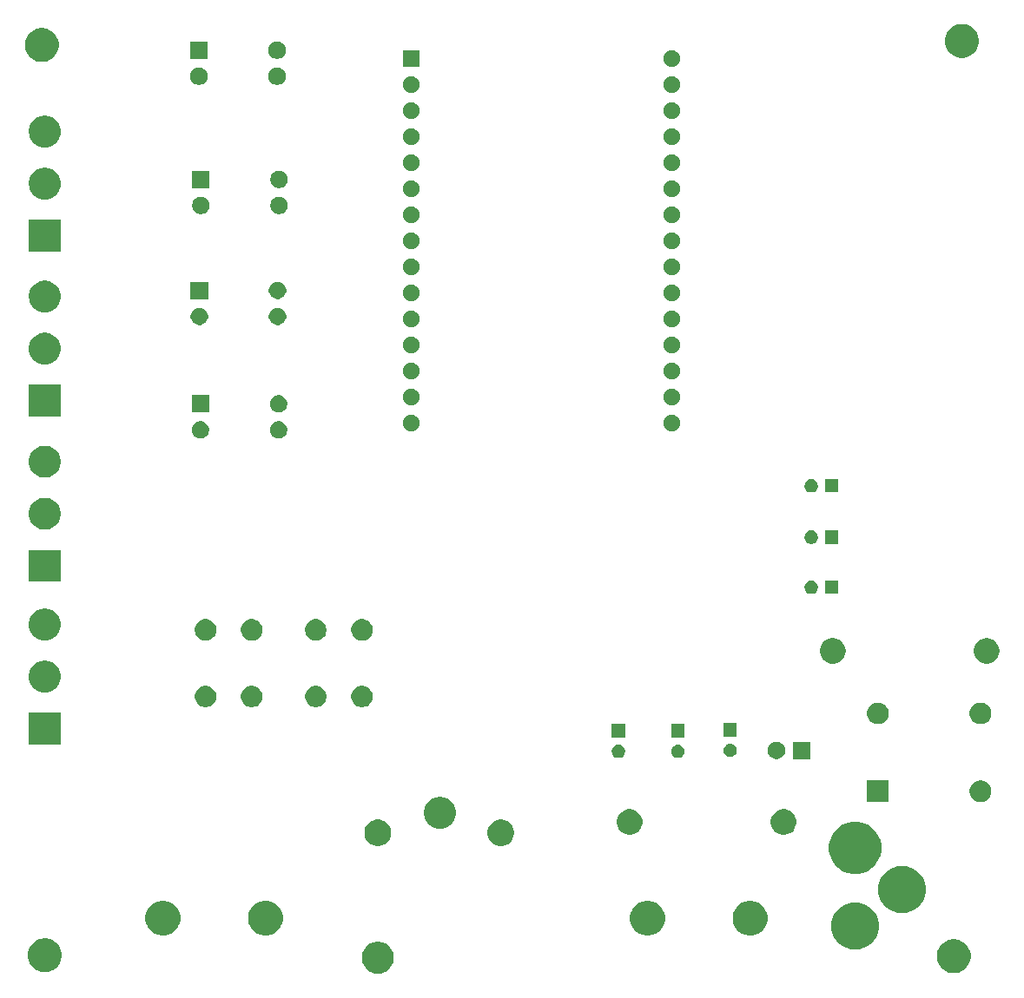
<source format=gbr>
G04 #@! TF.GenerationSoftware,KiCad,Pcbnew,(5.1.5)-3*
G04 #@! TF.CreationDate,2022-03-03T15:33:47+01:00*
G04 #@! TF.ProjectId,ESP32_client,45535033-325f-4636-9c69-656e742e6b69,rev?*
G04 #@! TF.SameCoordinates,Original*
G04 #@! TF.FileFunction,Soldermask,Bot*
G04 #@! TF.FilePolarity,Negative*
%FSLAX46Y46*%
G04 Gerber Fmt 4.6, Leading zero omitted, Abs format (unit mm)*
G04 Created by KiCad (PCBNEW (5.1.5)-3) date 2022-03-03 15:33:47*
%MOMM*%
%LPD*%
G04 APERTURE LIST*
%ADD10C,0.100000*%
G04 APERTURE END LIST*
D10*
G36*
X147352585Y-147228802D02*
G01*
X147502410Y-147258604D01*
X147784674Y-147375521D01*
X148038705Y-147545259D01*
X148254741Y-147761295D01*
X148424479Y-148015326D01*
X148541396Y-148297590D01*
X148601000Y-148597240D01*
X148601000Y-148902760D01*
X148541396Y-149202410D01*
X148424479Y-149484674D01*
X148254741Y-149738705D01*
X148038705Y-149954741D01*
X147784674Y-150124479D01*
X147502410Y-150241396D01*
X147352585Y-150271198D01*
X147202761Y-150301000D01*
X146897239Y-150301000D01*
X146747415Y-150271198D01*
X146597590Y-150241396D01*
X146315326Y-150124479D01*
X146061295Y-149954741D01*
X145845259Y-149738705D01*
X145675521Y-149484674D01*
X145558604Y-149202410D01*
X145499000Y-148902760D01*
X145499000Y-148597240D01*
X145558604Y-148297590D01*
X145675521Y-148015326D01*
X145845259Y-147761295D01*
X146061295Y-147545259D01*
X146315326Y-147375521D01*
X146597590Y-147258604D01*
X146747415Y-147228802D01*
X146897239Y-147199000D01*
X147202761Y-147199000D01*
X147352585Y-147228802D01*
G37*
G36*
X203575256Y-146981298D02*
G01*
X203681579Y-147002447D01*
X203982042Y-147126903D01*
X204252451Y-147307585D01*
X204482415Y-147537549D01*
X204663097Y-147807958D01*
X204787553Y-148108421D01*
X204851000Y-148427391D01*
X204851000Y-148752609D01*
X204787553Y-149071579D01*
X204663097Y-149372042D01*
X204482415Y-149642451D01*
X204252451Y-149872415D01*
X203982042Y-150053097D01*
X203681579Y-150177553D01*
X203575256Y-150198702D01*
X203362611Y-150241000D01*
X203037389Y-150241000D01*
X202824744Y-150198702D01*
X202718421Y-150177553D01*
X202417958Y-150053097D01*
X202147549Y-149872415D01*
X201917585Y-149642451D01*
X201736903Y-149372042D01*
X201612447Y-149071579D01*
X201549000Y-148752609D01*
X201549000Y-148427391D01*
X201612447Y-148108421D01*
X201736903Y-147807958D01*
X201917585Y-147537549D01*
X202147549Y-147307585D01*
X202417958Y-147126903D01*
X202718421Y-147002447D01*
X202824744Y-146981298D01*
X203037389Y-146939000D01*
X203362611Y-146939000D01*
X203575256Y-146981298D01*
G37*
G36*
X114975256Y-146891298D02*
G01*
X115081579Y-146912447D01*
X115382042Y-147036903D01*
X115652451Y-147217585D01*
X115882415Y-147447549D01*
X116063097Y-147717958D01*
X116186272Y-148015328D01*
X116187553Y-148018422D01*
X116243084Y-148297591D01*
X116251000Y-148337391D01*
X116251000Y-148662609D01*
X116187553Y-148981579D01*
X116063097Y-149282042D01*
X115882415Y-149552451D01*
X115652451Y-149782415D01*
X115382042Y-149963097D01*
X115081579Y-150087553D01*
X114975256Y-150108702D01*
X114762611Y-150151000D01*
X114437389Y-150151000D01*
X114224744Y-150108702D01*
X114118421Y-150087553D01*
X113817958Y-149963097D01*
X113547549Y-149782415D01*
X113317585Y-149552451D01*
X113136903Y-149282042D01*
X113012447Y-148981579D01*
X112949000Y-148662609D01*
X112949000Y-148337391D01*
X112956917Y-148297591D01*
X113012447Y-148018422D01*
X113013729Y-148015328D01*
X113136903Y-147717958D01*
X113317585Y-147447549D01*
X113547549Y-147217585D01*
X113817958Y-147036903D01*
X114118421Y-146912447D01*
X114224744Y-146891298D01*
X114437389Y-146849000D01*
X114762611Y-146849000D01*
X114975256Y-146891298D01*
G37*
G36*
X193965458Y-143380593D02*
G01*
X194251177Y-143437426D01*
X194669932Y-143610880D01*
X195046802Y-143862696D01*
X195367304Y-144183198D01*
X195619120Y-144560068D01*
X195792574Y-144978823D01*
X195881000Y-145423371D01*
X195881000Y-145876629D01*
X195792574Y-146321177D01*
X195619120Y-146739932D01*
X195367304Y-147116802D01*
X195046802Y-147437304D01*
X194669932Y-147689120D01*
X194251177Y-147862574D01*
X194028903Y-147906787D01*
X193806630Y-147951000D01*
X193353370Y-147951000D01*
X193131097Y-147906787D01*
X192908823Y-147862574D01*
X192490068Y-147689120D01*
X192113198Y-147437304D01*
X191792696Y-147116802D01*
X191540880Y-146739932D01*
X191367426Y-146321177D01*
X191279000Y-145876629D01*
X191279000Y-145423371D01*
X191367426Y-144978823D01*
X191540880Y-144560068D01*
X191792696Y-144183198D01*
X192113198Y-143862696D01*
X192490068Y-143610880D01*
X192908823Y-143437426D01*
X193194542Y-143380593D01*
X193353370Y-143349000D01*
X193806630Y-143349000D01*
X193965458Y-143380593D01*
G37*
G36*
X183836162Y-143252368D02*
G01*
X184145724Y-143380593D01*
X184145725Y-143380594D01*
X184424324Y-143566747D01*
X184661253Y-143803676D01*
X184700689Y-143862697D01*
X184847407Y-144082276D01*
X184975632Y-144391838D01*
X185041000Y-144720465D01*
X185041000Y-145055535D01*
X184975632Y-145384162D01*
X184847407Y-145693724D01*
X184847406Y-145693725D01*
X184661253Y-145972324D01*
X184424324Y-146209253D01*
X184256817Y-146321177D01*
X184145724Y-146395407D01*
X183836162Y-146523632D01*
X183507535Y-146589000D01*
X183172465Y-146589000D01*
X182843838Y-146523632D01*
X182534276Y-146395407D01*
X182423183Y-146321177D01*
X182255676Y-146209253D01*
X182018747Y-145972324D01*
X181832594Y-145693725D01*
X181832593Y-145693724D01*
X181704368Y-145384162D01*
X181639000Y-145055535D01*
X181639000Y-144720465D01*
X181704368Y-144391838D01*
X181832593Y-144082276D01*
X181979311Y-143862697D01*
X182018747Y-143803676D01*
X182255676Y-143566747D01*
X182534275Y-143380594D01*
X182534276Y-143380593D01*
X182843838Y-143252368D01*
X183172465Y-143187000D01*
X183507535Y-143187000D01*
X183836162Y-143252368D01*
G37*
G36*
X173836162Y-143252368D02*
G01*
X174145724Y-143380593D01*
X174145725Y-143380594D01*
X174424324Y-143566747D01*
X174661253Y-143803676D01*
X174700689Y-143862697D01*
X174847407Y-144082276D01*
X174975632Y-144391838D01*
X175041000Y-144720465D01*
X175041000Y-145055535D01*
X174975632Y-145384162D01*
X174847407Y-145693724D01*
X174847406Y-145693725D01*
X174661253Y-145972324D01*
X174424324Y-146209253D01*
X174256817Y-146321177D01*
X174145724Y-146395407D01*
X173836162Y-146523632D01*
X173507535Y-146589000D01*
X173172465Y-146589000D01*
X172843838Y-146523632D01*
X172534276Y-146395407D01*
X172423183Y-146321177D01*
X172255676Y-146209253D01*
X172018747Y-145972324D01*
X171832594Y-145693725D01*
X171832593Y-145693724D01*
X171704368Y-145384162D01*
X171639000Y-145055535D01*
X171639000Y-144720465D01*
X171704368Y-144391838D01*
X171832593Y-144082276D01*
X171979311Y-143862697D01*
X172018747Y-143803676D01*
X172255676Y-143566747D01*
X172534275Y-143380594D01*
X172534276Y-143380593D01*
X172843838Y-143252368D01*
X173172465Y-143187000D01*
X173507535Y-143187000D01*
X173836162Y-143252368D01*
G37*
G36*
X136596162Y-143232368D02*
G01*
X136905724Y-143360593D01*
X136998170Y-143422363D01*
X137184324Y-143546747D01*
X137421253Y-143783676D01*
X137545637Y-143969830D01*
X137607407Y-144062276D01*
X137735632Y-144371838D01*
X137801000Y-144700465D01*
X137801000Y-145035535D01*
X137735632Y-145364162D01*
X137607407Y-145673724D01*
X137545637Y-145766170D01*
X137421253Y-145952324D01*
X137184324Y-146189253D01*
X136998170Y-146313637D01*
X136905724Y-146375407D01*
X136596162Y-146503632D01*
X136267535Y-146569000D01*
X135932465Y-146569000D01*
X135603838Y-146503632D01*
X135294276Y-146375407D01*
X135201830Y-146313637D01*
X135015676Y-146189253D01*
X134778747Y-145952324D01*
X134654363Y-145766170D01*
X134592593Y-145673724D01*
X134464368Y-145364162D01*
X134399000Y-145035535D01*
X134399000Y-144700465D01*
X134464368Y-144371838D01*
X134592593Y-144062276D01*
X134654363Y-143969830D01*
X134778747Y-143783676D01*
X135015676Y-143546747D01*
X135201830Y-143422363D01*
X135294276Y-143360593D01*
X135603838Y-143232368D01*
X135932465Y-143167000D01*
X136267535Y-143167000D01*
X136596162Y-143232368D01*
G37*
G36*
X126596162Y-143232368D02*
G01*
X126905724Y-143360593D01*
X126998170Y-143422363D01*
X127184324Y-143546747D01*
X127421253Y-143783676D01*
X127545637Y-143969830D01*
X127607407Y-144062276D01*
X127735632Y-144371838D01*
X127801000Y-144700465D01*
X127801000Y-145035535D01*
X127735632Y-145364162D01*
X127607407Y-145673724D01*
X127545637Y-145766170D01*
X127421253Y-145952324D01*
X127184324Y-146189253D01*
X126998170Y-146313637D01*
X126905724Y-146375407D01*
X126596162Y-146503632D01*
X126267535Y-146569000D01*
X125932465Y-146569000D01*
X125603838Y-146503632D01*
X125294276Y-146375407D01*
X125201830Y-146313637D01*
X125015676Y-146189253D01*
X124778747Y-145952324D01*
X124654363Y-145766170D01*
X124592593Y-145673724D01*
X124464368Y-145364162D01*
X124399000Y-145035535D01*
X124399000Y-144700465D01*
X124464368Y-144371838D01*
X124592593Y-144062276D01*
X124654363Y-143969830D01*
X124778747Y-143783676D01*
X125015676Y-143546747D01*
X125201830Y-143422363D01*
X125294276Y-143360593D01*
X125603838Y-143232368D01*
X125932465Y-143167000D01*
X126267535Y-143167000D01*
X126596162Y-143232368D01*
G37*
G36*
X198600903Y-139837213D02*
G01*
X198823177Y-139881426D01*
X199241932Y-140054880D01*
X199618802Y-140306696D01*
X199939304Y-140627198D01*
X200191120Y-141004068D01*
X200364574Y-141422823D01*
X200453000Y-141867371D01*
X200453000Y-142320629D01*
X200364574Y-142765177D01*
X200191120Y-143183932D01*
X199939304Y-143560802D01*
X199618802Y-143881304D01*
X199241932Y-144133120D01*
X198823177Y-144306574D01*
X198600903Y-144350787D01*
X198378630Y-144395000D01*
X197925370Y-144395000D01*
X197703097Y-144350787D01*
X197480823Y-144306574D01*
X197062068Y-144133120D01*
X196685198Y-143881304D01*
X196364696Y-143560802D01*
X196112880Y-143183932D01*
X195939426Y-142765177D01*
X195851000Y-142320629D01*
X195851000Y-141867371D01*
X195939426Y-141422823D01*
X196112880Y-141004068D01*
X196364696Y-140627198D01*
X196685198Y-140306696D01*
X197062068Y-140054880D01*
X197480823Y-139881426D01*
X197703097Y-139837213D01*
X197925370Y-139793000D01*
X198378630Y-139793000D01*
X198600903Y-139837213D01*
G37*
G36*
X194324098Y-135577033D02*
G01*
X194788350Y-135769332D01*
X194788352Y-135769333D01*
X195206168Y-136048509D01*
X195561491Y-136403832D01*
X195840667Y-136821648D01*
X195840668Y-136821650D01*
X196032967Y-137285902D01*
X196131000Y-137778747D01*
X196131000Y-138281253D01*
X196032967Y-138774098D01*
X195840668Y-139238350D01*
X195840667Y-139238352D01*
X195561491Y-139656168D01*
X195206168Y-140011491D01*
X194788352Y-140290667D01*
X194788351Y-140290668D01*
X194788350Y-140290668D01*
X194324098Y-140482967D01*
X193831253Y-140581000D01*
X193328747Y-140581000D01*
X192835902Y-140482967D01*
X192371650Y-140290668D01*
X192371649Y-140290668D01*
X192371648Y-140290667D01*
X191953832Y-140011491D01*
X191598509Y-139656168D01*
X191319333Y-139238352D01*
X191319332Y-139238350D01*
X191127033Y-138774098D01*
X191029000Y-138281253D01*
X191029000Y-137778747D01*
X191127033Y-137285902D01*
X191319332Y-136821650D01*
X191319333Y-136821648D01*
X191598509Y-136403832D01*
X191953832Y-136048509D01*
X192371648Y-135769333D01*
X192371650Y-135769332D01*
X192835902Y-135577033D01*
X193328747Y-135479000D01*
X193831253Y-135479000D01*
X194324098Y-135577033D01*
G37*
G36*
X147429487Y-135298996D02*
G01*
X147593148Y-135366787D01*
X147666255Y-135397069D01*
X147879339Y-135539447D01*
X148060553Y-135720661D01*
X148150251Y-135854903D01*
X148202932Y-135933747D01*
X148301004Y-136170513D01*
X148351000Y-136421861D01*
X148351000Y-136678139D01*
X148301004Y-136929487D01*
X148202932Y-137166253D01*
X148202931Y-137166255D01*
X148060553Y-137379339D01*
X147879339Y-137560553D01*
X147666255Y-137702931D01*
X147666254Y-137702932D01*
X147666253Y-137702932D01*
X147429487Y-137801004D01*
X147178139Y-137851000D01*
X146921861Y-137851000D01*
X146670513Y-137801004D01*
X146433747Y-137702932D01*
X146433746Y-137702932D01*
X146433745Y-137702931D01*
X146220661Y-137560553D01*
X146039447Y-137379339D01*
X145897069Y-137166255D01*
X145897068Y-137166253D01*
X145798996Y-136929487D01*
X145749000Y-136678139D01*
X145749000Y-136421861D01*
X145798996Y-136170513D01*
X145897068Y-135933747D01*
X145949750Y-135854903D01*
X146039447Y-135720661D01*
X146220661Y-135539447D01*
X146433745Y-135397069D01*
X146506852Y-135366787D01*
X146670513Y-135298996D01*
X146921861Y-135249000D01*
X147178139Y-135249000D01*
X147429487Y-135298996D01*
G37*
G36*
X159429487Y-135298996D02*
G01*
X159593148Y-135366787D01*
X159666255Y-135397069D01*
X159879339Y-135539447D01*
X160060553Y-135720661D01*
X160150251Y-135854903D01*
X160202932Y-135933747D01*
X160301004Y-136170513D01*
X160351000Y-136421861D01*
X160351000Y-136678139D01*
X160301004Y-136929487D01*
X160202932Y-137166253D01*
X160202931Y-137166255D01*
X160060553Y-137379339D01*
X159879339Y-137560553D01*
X159666255Y-137702931D01*
X159666254Y-137702932D01*
X159666253Y-137702932D01*
X159429487Y-137801004D01*
X159178139Y-137851000D01*
X158921861Y-137851000D01*
X158670513Y-137801004D01*
X158433747Y-137702932D01*
X158433746Y-137702932D01*
X158433745Y-137702931D01*
X158220661Y-137560553D01*
X158039447Y-137379339D01*
X157897069Y-137166255D01*
X157897068Y-137166253D01*
X157798996Y-136929487D01*
X157749000Y-136678139D01*
X157749000Y-136421861D01*
X157798996Y-136170513D01*
X157897068Y-135933747D01*
X157949750Y-135854903D01*
X158039447Y-135720661D01*
X158220661Y-135539447D01*
X158433745Y-135397069D01*
X158506852Y-135366787D01*
X158670513Y-135298996D01*
X158921861Y-135249000D01*
X159178139Y-135249000D01*
X159429487Y-135298996D01*
G37*
G36*
X171964903Y-134287075D02*
G01*
X172192571Y-134381378D01*
X172397466Y-134518285D01*
X172571715Y-134692534D01*
X172708622Y-134897429D01*
X172708623Y-134897431D01*
X172802925Y-135125097D01*
X172844613Y-135334674D01*
X172851000Y-135366787D01*
X172851000Y-135613213D01*
X172802925Y-135854903D01*
X172708622Y-136082571D01*
X172571715Y-136287466D01*
X172397466Y-136461715D01*
X172192571Y-136598622D01*
X172192570Y-136598623D01*
X172192569Y-136598623D01*
X171964903Y-136692925D01*
X171723214Y-136741000D01*
X171476786Y-136741000D01*
X171235097Y-136692925D01*
X171007431Y-136598623D01*
X171007430Y-136598623D01*
X171007429Y-136598622D01*
X170802534Y-136461715D01*
X170628285Y-136287466D01*
X170491378Y-136082571D01*
X170397075Y-135854903D01*
X170349000Y-135613213D01*
X170349000Y-135366787D01*
X170355388Y-135334674D01*
X170397075Y-135125097D01*
X170491377Y-134897431D01*
X170491378Y-134897429D01*
X170628285Y-134692534D01*
X170802534Y-134518285D01*
X171007429Y-134381378D01*
X171235097Y-134287075D01*
X171476786Y-134239000D01*
X171723214Y-134239000D01*
X171964903Y-134287075D01*
G37*
G36*
X186964903Y-134287075D02*
G01*
X187192571Y-134381378D01*
X187397466Y-134518285D01*
X187571715Y-134692534D01*
X187708622Y-134897429D01*
X187708623Y-134897431D01*
X187802925Y-135125097D01*
X187844613Y-135334674D01*
X187851000Y-135366787D01*
X187851000Y-135613213D01*
X187802925Y-135854903D01*
X187708622Y-136082571D01*
X187571715Y-136287466D01*
X187397466Y-136461715D01*
X187192571Y-136598622D01*
X187192570Y-136598623D01*
X187192569Y-136598623D01*
X186964903Y-136692925D01*
X186723214Y-136741000D01*
X186476786Y-136741000D01*
X186235097Y-136692925D01*
X186007431Y-136598623D01*
X186007430Y-136598623D01*
X186007429Y-136598622D01*
X185802534Y-136461715D01*
X185628285Y-136287466D01*
X185491378Y-136082571D01*
X185397075Y-135854903D01*
X185349000Y-135613213D01*
X185349000Y-135366787D01*
X185355388Y-135334674D01*
X185397075Y-135125097D01*
X185491377Y-134897431D01*
X185491378Y-134897429D01*
X185628285Y-134692534D01*
X185802534Y-134518285D01*
X186007429Y-134381378D01*
X186235097Y-134287075D01*
X186476786Y-134239000D01*
X186723214Y-134239000D01*
X186964903Y-134287075D01*
G37*
G36*
X153402585Y-133078802D02*
G01*
X153552410Y-133108604D01*
X153834674Y-133225521D01*
X154088705Y-133395259D01*
X154304741Y-133611295D01*
X154474479Y-133865326D01*
X154591396Y-134147590D01*
X154651000Y-134447240D01*
X154651000Y-134752760D01*
X154591396Y-135052410D01*
X154474479Y-135334674D01*
X154304741Y-135588705D01*
X154088705Y-135804741D01*
X153834674Y-135974479D01*
X153552410Y-136091396D01*
X153402585Y-136121198D01*
X153252761Y-136151000D01*
X152947239Y-136151000D01*
X152797415Y-136121198D01*
X152647590Y-136091396D01*
X152365326Y-135974479D01*
X152111295Y-135804741D01*
X151895259Y-135588705D01*
X151725521Y-135334674D01*
X151608604Y-135052410D01*
X151549000Y-134752760D01*
X151549000Y-134447240D01*
X151608604Y-134147590D01*
X151725521Y-133865326D01*
X151895259Y-133611295D01*
X152111295Y-133395259D01*
X152365326Y-133225521D01*
X152647590Y-133108604D01*
X152797415Y-133078802D01*
X152947239Y-133049000D01*
X153252761Y-133049000D01*
X153402585Y-133078802D01*
G37*
G36*
X196851000Y-133551000D02*
G01*
X194749000Y-133551000D01*
X194749000Y-131449000D01*
X196851000Y-131449000D01*
X196851000Y-133551000D01*
G37*
G36*
X206106564Y-131489389D02*
G01*
X206297833Y-131568615D01*
X206297835Y-131568616D01*
X206469973Y-131683635D01*
X206616365Y-131830027D01*
X206731385Y-132002167D01*
X206810611Y-132193436D01*
X206851000Y-132396484D01*
X206851000Y-132603516D01*
X206810611Y-132806564D01*
X206731385Y-132997833D01*
X206731384Y-132997835D01*
X206616365Y-133169973D01*
X206469973Y-133316365D01*
X206297835Y-133431384D01*
X206297834Y-133431385D01*
X206297833Y-133431385D01*
X206106564Y-133510611D01*
X205903516Y-133551000D01*
X205696484Y-133551000D01*
X205493436Y-133510611D01*
X205302167Y-133431385D01*
X205302166Y-133431385D01*
X205302165Y-133431384D01*
X205130027Y-133316365D01*
X204983635Y-133169973D01*
X204868616Y-132997835D01*
X204868615Y-132997833D01*
X204789389Y-132806564D01*
X204749000Y-132603516D01*
X204749000Y-132396484D01*
X204789389Y-132193436D01*
X204868615Y-132002167D01*
X204983635Y-131830027D01*
X205130027Y-131683635D01*
X205302165Y-131568616D01*
X205302167Y-131568615D01*
X205493436Y-131489389D01*
X205696484Y-131449000D01*
X205903516Y-131449000D01*
X206106564Y-131489389D01*
G37*
G36*
X189251000Y-129356000D02*
G01*
X187549000Y-129356000D01*
X187549000Y-127654000D01*
X189251000Y-127654000D01*
X189251000Y-129356000D01*
G37*
G36*
X186148228Y-127686703D02*
G01*
X186303100Y-127750853D01*
X186442481Y-127843985D01*
X186561015Y-127962519D01*
X186654147Y-128101900D01*
X186718297Y-128256772D01*
X186751000Y-128421184D01*
X186751000Y-128588816D01*
X186718297Y-128753228D01*
X186654147Y-128908100D01*
X186561015Y-129047481D01*
X186442481Y-129166015D01*
X186303100Y-129259147D01*
X186148228Y-129323297D01*
X185983816Y-129356000D01*
X185816184Y-129356000D01*
X185651772Y-129323297D01*
X185496900Y-129259147D01*
X185357519Y-129166015D01*
X185238985Y-129047481D01*
X185145853Y-128908100D01*
X185081703Y-128753228D01*
X185049000Y-128588816D01*
X185049000Y-128421184D01*
X185081703Y-128256772D01*
X185145853Y-128101900D01*
X185238985Y-127962519D01*
X185357519Y-127843985D01*
X185496900Y-127750853D01*
X185651772Y-127686703D01*
X185816184Y-127654000D01*
X185983816Y-127654000D01*
X186148228Y-127686703D01*
G37*
G36*
X170689890Y-127974017D02*
G01*
X170808364Y-128023091D01*
X170914988Y-128094335D01*
X171005665Y-128185012D01*
X171053614Y-128256772D01*
X171076910Y-128291638D01*
X171125983Y-128410110D01*
X171151000Y-128535881D01*
X171151000Y-128664119D01*
X171125983Y-128789890D01*
X171077019Y-128908100D01*
X171076909Y-128908364D01*
X171005665Y-129014988D01*
X170914988Y-129105665D01*
X170808364Y-129176909D01*
X170808363Y-129176910D01*
X170808362Y-129176910D01*
X170689890Y-129225983D01*
X170564119Y-129251000D01*
X170435881Y-129251000D01*
X170310110Y-129225983D01*
X170191638Y-129176910D01*
X170191637Y-129176910D01*
X170191636Y-129176909D01*
X170085012Y-129105665D01*
X169994335Y-129014988D01*
X169923091Y-128908364D01*
X169922982Y-128908100D01*
X169874017Y-128789890D01*
X169849000Y-128664119D01*
X169849000Y-128535881D01*
X169874017Y-128410110D01*
X169923090Y-128291638D01*
X169946387Y-128256772D01*
X169994335Y-128185012D01*
X170085012Y-128094335D01*
X170191636Y-128023091D01*
X170310110Y-127974017D01*
X170435881Y-127949000D01*
X170564119Y-127949000D01*
X170689890Y-127974017D01*
G37*
G36*
X176489890Y-127974017D02*
G01*
X176608364Y-128023091D01*
X176714988Y-128094335D01*
X176805665Y-128185012D01*
X176853614Y-128256772D01*
X176876910Y-128291638D01*
X176925983Y-128410110D01*
X176951000Y-128535881D01*
X176951000Y-128664119D01*
X176925983Y-128789890D01*
X176877019Y-128908100D01*
X176876909Y-128908364D01*
X176805665Y-129014988D01*
X176714988Y-129105665D01*
X176608364Y-129176909D01*
X176608363Y-129176910D01*
X176608362Y-129176910D01*
X176489890Y-129225983D01*
X176364119Y-129251000D01*
X176235881Y-129251000D01*
X176110110Y-129225983D01*
X175991638Y-129176910D01*
X175991637Y-129176910D01*
X175991636Y-129176909D01*
X175885012Y-129105665D01*
X175794335Y-129014988D01*
X175723091Y-128908364D01*
X175722982Y-128908100D01*
X175674017Y-128789890D01*
X175649000Y-128664119D01*
X175649000Y-128535881D01*
X175674017Y-128410110D01*
X175723090Y-128291638D01*
X175746387Y-128256772D01*
X175794335Y-128185012D01*
X175885012Y-128094335D01*
X175991636Y-128023091D01*
X176110110Y-127974017D01*
X176235881Y-127949000D01*
X176364119Y-127949000D01*
X176489890Y-127974017D01*
G37*
G36*
X181589890Y-127874017D02*
G01*
X181708364Y-127923091D01*
X181784580Y-127974017D01*
X181814988Y-127994335D01*
X181905665Y-128085012D01*
X181976910Y-128191638D01*
X182025983Y-128310110D01*
X182051000Y-128435881D01*
X182051000Y-128564119D01*
X182031109Y-128664118D01*
X182025983Y-128689890D01*
X181976909Y-128808364D01*
X181905665Y-128914988D01*
X181814988Y-129005665D01*
X181708364Y-129076909D01*
X181708363Y-129076910D01*
X181708362Y-129076910D01*
X181589890Y-129125983D01*
X181464119Y-129151000D01*
X181335881Y-129151000D01*
X181210110Y-129125983D01*
X181091638Y-129076910D01*
X181091637Y-129076910D01*
X181091636Y-129076909D01*
X180985012Y-129005665D01*
X180894335Y-128914988D01*
X180823091Y-128808364D01*
X180774017Y-128689890D01*
X180768891Y-128664118D01*
X180749000Y-128564119D01*
X180749000Y-128435881D01*
X180774017Y-128310110D01*
X180823090Y-128191638D01*
X180894335Y-128085012D01*
X180985012Y-127994335D01*
X181015420Y-127974017D01*
X181091636Y-127923091D01*
X181210110Y-127874017D01*
X181335881Y-127849000D01*
X181464119Y-127849000D01*
X181589890Y-127874017D01*
G37*
G36*
X116151000Y-127951000D02*
G01*
X113049000Y-127951000D01*
X113049000Y-124849000D01*
X116151000Y-124849000D01*
X116151000Y-127951000D01*
G37*
G36*
X171151000Y-127251000D02*
G01*
X169849000Y-127251000D01*
X169849000Y-125949000D01*
X171151000Y-125949000D01*
X171151000Y-127251000D01*
G37*
G36*
X176951000Y-127251000D02*
G01*
X175649000Y-127251000D01*
X175649000Y-125949000D01*
X176951000Y-125949000D01*
X176951000Y-127251000D01*
G37*
G36*
X182051000Y-127151000D02*
G01*
X180749000Y-127151000D01*
X180749000Y-125849000D01*
X182051000Y-125849000D01*
X182051000Y-127151000D01*
G37*
G36*
X196106564Y-123889389D02*
G01*
X196297833Y-123968615D01*
X196297835Y-123968616D01*
X196444127Y-124066365D01*
X196469973Y-124083635D01*
X196616365Y-124230027D01*
X196731385Y-124402167D01*
X196810611Y-124593436D01*
X196851000Y-124796484D01*
X196851000Y-125003516D01*
X196810611Y-125206564D01*
X196731385Y-125397833D01*
X196731384Y-125397835D01*
X196616365Y-125569973D01*
X196469973Y-125716365D01*
X196297835Y-125831384D01*
X196297834Y-125831385D01*
X196297833Y-125831385D01*
X196106564Y-125910611D01*
X195903516Y-125951000D01*
X195696484Y-125951000D01*
X195493436Y-125910611D01*
X195302167Y-125831385D01*
X195302166Y-125831385D01*
X195302165Y-125831384D01*
X195130027Y-125716365D01*
X194983635Y-125569973D01*
X194868616Y-125397835D01*
X194868615Y-125397833D01*
X194789389Y-125206564D01*
X194749000Y-125003516D01*
X194749000Y-124796484D01*
X194789389Y-124593436D01*
X194868615Y-124402167D01*
X194983635Y-124230027D01*
X195130027Y-124083635D01*
X195155873Y-124066365D01*
X195302165Y-123968616D01*
X195302167Y-123968615D01*
X195493436Y-123889389D01*
X195696484Y-123849000D01*
X195903516Y-123849000D01*
X196106564Y-123889389D01*
G37*
G36*
X206106564Y-123889389D02*
G01*
X206297833Y-123968615D01*
X206297835Y-123968616D01*
X206444127Y-124066365D01*
X206469973Y-124083635D01*
X206616365Y-124230027D01*
X206731385Y-124402167D01*
X206810611Y-124593436D01*
X206851000Y-124796484D01*
X206851000Y-125003516D01*
X206810611Y-125206564D01*
X206731385Y-125397833D01*
X206731384Y-125397835D01*
X206616365Y-125569973D01*
X206469973Y-125716365D01*
X206297835Y-125831384D01*
X206297834Y-125831385D01*
X206297833Y-125831385D01*
X206106564Y-125910611D01*
X205903516Y-125951000D01*
X205696484Y-125951000D01*
X205493436Y-125910611D01*
X205302167Y-125831385D01*
X205302166Y-125831385D01*
X205302165Y-125831384D01*
X205130027Y-125716365D01*
X204983635Y-125569973D01*
X204868616Y-125397835D01*
X204868615Y-125397833D01*
X204789389Y-125206564D01*
X204749000Y-125003516D01*
X204749000Y-124796484D01*
X204789389Y-124593436D01*
X204868615Y-124402167D01*
X204983635Y-124230027D01*
X205130027Y-124083635D01*
X205155873Y-124066365D01*
X205302165Y-123968616D01*
X205302167Y-123968615D01*
X205493436Y-123889389D01*
X205696484Y-123849000D01*
X205903516Y-123849000D01*
X206106564Y-123889389D01*
G37*
G36*
X141306564Y-122239389D02*
G01*
X141473908Y-122308705D01*
X141497835Y-122318616D01*
X141669973Y-122433635D01*
X141816365Y-122580027D01*
X141931385Y-122752167D01*
X142010611Y-122943436D01*
X142051000Y-123146484D01*
X142051000Y-123353516D01*
X142010611Y-123556564D01*
X141931385Y-123747833D01*
X141931384Y-123747835D01*
X141816365Y-123919973D01*
X141669973Y-124066365D01*
X141497835Y-124181384D01*
X141497834Y-124181385D01*
X141497833Y-124181385D01*
X141306564Y-124260611D01*
X141103516Y-124301000D01*
X140896484Y-124301000D01*
X140693436Y-124260611D01*
X140502167Y-124181385D01*
X140502166Y-124181385D01*
X140502165Y-124181384D01*
X140330027Y-124066365D01*
X140183635Y-123919973D01*
X140068616Y-123747835D01*
X140068615Y-123747833D01*
X139989389Y-123556564D01*
X139949000Y-123353516D01*
X139949000Y-123146484D01*
X139989389Y-122943436D01*
X140068615Y-122752167D01*
X140183635Y-122580027D01*
X140330027Y-122433635D01*
X140502165Y-122318616D01*
X140526092Y-122308705D01*
X140693436Y-122239389D01*
X140896484Y-122199000D01*
X141103516Y-122199000D01*
X141306564Y-122239389D01*
G37*
G36*
X145806564Y-122239389D02*
G01*
X145973908Y-122308705D01*
X145997835Y-122318616D01*
X146169973Y-122433635D01*
X146316365Y-122580027D01*
X146431385Y-122752167D01*
X146510611Y-122943436D01*
X146551000Y-123146484D01*
X146551000Y-123353516D01*
X146510611Y-123556564D01*
X146431385Y-123747833D01*
X146431384Y-123747835D01*
X146316365Y-123919973D01*
X146169973Y-124066365D01*
X145997835Y-124181384D01*
X145997834Y-124181385D01*
X145997833Y-124181385D01*
X145806564Y-124260611D01*
X145603516Y-124301000D01*
X145396484Y-124301000D01*
X145193436Y-124260611D01*
X145002167Y-124181385D01*
X145002166Y-124181385D01*
X145002165Y-124181384D01*
X144830027Y-124066365D01*
X144683635Y-123919973D01*
X144568616Y-123747835D01*
X144568615Y-123747833D01*
X144489389Y-123556564D01*
X144449000Y-123353516D01*
X144449000Y-123146484D01*
X144489389Y-122943436D01*
X144568615Y-122752167D01*
X144683635Y-122580027D01*
X144830027Y-122433635D01*
X145002165Y-122318616D01*
X145026092Y-122308705D01*
X145193436Y-122239389D01*
X145396484Y-122199000D01*
X145603516Y-122199000D01*
X145806564Y-122239389D01*
G37*
G36*
X130556564Y-122239389D02*
G01*
X130723908Y-122308705D01*
X130747835Y-122318616D01*
X130919973Y-122433635D01*
X131066365Y-122580027D01*
X131181385Y-122752167D01*
X131260611Y-122943436D01*
X131301000Y-123146484D01*
X131301000Y-123353516D01*
X131260611Y-123556564D01*
X131181385Y-123747833D01*
X131181384Y-123747835D01*
X131066365Y-123919973D01*
X130919973Y-124066365D01*
X130747835Y-124181384D01*
X130747834Y-124181385D01*
X130747833Y-124181385D01*
X130556564Y-124260611D01*
X130353516Y-124301000D01*
X130146484Y-124301000D01*
X129943436Y-124260611D01*
X129752167Y-124181385D01*
X129752166Y-124181385D01*
X129752165Y-124181384D01*
X129580027Y-124066365D01*
X129433635Y-123919973D01*
X129318616Y-123747835D01*
X129318615Y-123747833D01*
X129239389Y-123556564D01*
X129199000Y-123353516D01*
X129199000Y-123146484D01*
X129239389Y-122943436D01*
X129318615Y-122752167D01*
X129433635Y-122580027D01*
X129580027Y-122433635D01*
X129752165Y-122318616D01*
X129776092Y-122308705D01*
X129943436Y-122239389D01*
X130146484Y-122199000D01*
X130353516Y-122199000D01*
X130556564Y-122239389D01*
G37*
G36*
X135056564Y-122239389D02*
G01*
X135223908Y-122308705D01*
X135247835Y-122318616D01*
X135419973Y-122433635D01*
X135566365Y-122580027D01*
X135681385Y-122752167D01*
X135760611Y-122943436D01*
X135801000Y-123146484D01*
X135801000Y-123353516D01*
X135760611Y-123556564D01*
X135681385Y-123747833D01*
X135681384Y-123747835D01*
X135566365Y-123919973D01*
X135419973Y-124066365D01*
X135247835Y-124181384D01*
X135247834Y-124181385D01*
X135247833Y-124181385D01*
X135056564Y-124260611D01*
X134853516Y-124301000D01*
X134646484Y-124301000D01*
X134443436Y-124260611D01*
X134252167Y-124181385D01*
X134252166Y-124181385D01*
X134252165Y-124181384D01*
X134080027Y-124066365D01*
X133933635Y-123919973D01*
X133818616Y-123747835D01*
X133818615Y-123747833D01*
X133739389Y-123556564D01*
X133699000Y-123353516D01*
X133699000Y-123146484D01*
X133739389Y-122943436D01*
X133818615Y-122752167D01*
X133933635Y-122580027D01*
X134080027Y-122433635D01*
X134252165Y-122318616D01*
X134276092Y-122308705D01*
X134443436Y-122239389D01*
X134646484Y-122199000D01*
X134853516Y-122199000D01*
X135056564Y-122239389D01*
G37*
G36*
X114902585Y-119798802D02*
G01*
X115052410Y-119828604D01*
X115334674Y-119945521D01*
X115588705Y-120115259D01*
X115804741Y-120331295D01*
X115974479Y-120585326D01*
X116091396Y-120867590D01*
X116151000Y-121167240D01*
X116151000Y-121472760D01*
X116091396Y-121772410D01*
X115974479Y-122054674D01*
X115804741Y-122308705D01*
X115588705Y-122524741D01*
X115334674Y-122694479D01*
X115052410Y-122811396D01*
X114902585Y-122841198D01*
X114752761Y-122871000D01*
X114447239Y-122871000D01*
X114297415Y-122841198D01*
X114147590Y-122811396D01*
X113865326Y-122694479D01*
X113611295Y-122524741D01*
X113395259Y-122308705D01*
X113225521Y-122054674D01*
X113108604Y-121772410D01*
X113049000Y-121472760D01*
X113049000Y-121167240D01*
X113108604Y-120867590D01*
X113225521Y-120585326D01*
X113395259Y-120331295D01*
X113611295Y-120115259D01*
X113865326Y-119945521D01*
X114147590Y-119828604D01*
X114297415Y-119798802D01*
X114447239Y-119769000D01*
X114752761Y-119769000D01*
X114902585Y-119798802D01*
G37*
G36*
X206764903Y-117597075D02*
G01*
X206968444Y-117681384D01*
X206992571Y-117691378D01*
X207197466Y-117828285D01*
X207371715Y-118002534D01*
X207508622Y-118207429D01*
X207602925Y-118435097D01*
X207651000Y-118676787D01*
X207651000Y-118923213D01*
X207602925Y-119164903D01*
X207508622Y-119392571D01*
X207371715Y-119597466D01*
X207197466Y-119771715D01*
X206992571Y-119908622D01*
X206992570Y-119908623D01*
X206992569Y-119908623D01*
X206764903Y-120002925D01*
X206523214Y-120051000D01*
X206276786Y-120051000D01*
X206035097Y-120002925D01*
X205807431Y-119908623D01*
X205807430Y-119908623D01*
X205807429Y-119908622D01*
X205602534Y-119771715D01*
X205428285Y-119597466D01*
X205291378Y-119392571D01*
X205197075Y-119164903D01*
X205149000Y-118923213D01*
X205149000Y-118676787D01*
X205197075Y-118435097D01*
X205291378Y-118207429D01*
X205428285Y-118002534D01*
X205602534Y-117828285D01*
X205807429Y-117691378D01*
X205831557Y-117681384D01*
X206035097Y-117597075D01*
X206276786Y-117549000D01*
X206523214Y-117549000D01*
X206764903Y-117597075D01*
G37*
G36*
X191764903Y-117597075D02*
G01*
X191968444Y-117681384D01*
X191992571Y-117691378D01*
X192197466Y-117828285D01*
X192371715Y-118002534D01*
X192508622Y-118207429D01*
X192602925Y-118435097D01*
X192651000Y-118676787D01*
X192651000Y-118923213D01*
X192602925Y-119164903D01*
X192508622Y-119392571D01*
X192371715Y-119597466D01*
X192197466Y-119771715D01*
X191992571Y-119908622D01*
X191992570Y-119908623D01*
X191992569Y-119908623D01*
X191764903Y-120002925D01*
X191523214Y-120051000D01*
X191276786Y-120051000D01*
X191035097Y-120002925D01*
X190807431Y-119908623D01*
X190807430Y-119908623D01*
X190807429Y-119908622D01*
X190602534Y-119771715D01*
X190428285Y-119597466D01*
X190291378Y-119392571D01*
X190197075Y-119164903D01*
X190149000Y-118923213D01*
X190149000Y-118676787D01*
X190197075Y-118435097D01*
X190291378Y-118207429D01*
X190428285Y-118002534D01*
X190602534Y-117828285D01*
X190807429Y-117691378D01*
X190831557Y-117681384D01*
X191035097Y-117597075D01*
X191276786Y-117549000D01*
X191523214Y-117549000D01*
X191764903Y-117597075D01*
G37*
G36*
X145806564Y-115739389D02*
G01*
X145997833Y-115818615D01*
X145997835Y-115818616D01*
X146169973Y-115933635D01*
X146316365Y-116080027D01*
X146431385Y-116252167D01*
X146510611Y-116443436D01*
X146551000Y-116646484D01*
X146551000Y-116853516D01*
X146510611Y-117056564D01*
X146439308Y-117228704D01*
X146431384Y-117247835D01*
X146316365Y-117419973D01*
X146169973Y-117566365D01*
X145997835Y-117681384D01*
X145997834Y-117681385D01*
X145997833Y-117681385D01*
X145806564Y-117760611D01*
X145603516Y-117801000D01*
X145396484Y-117801000D01*
X145193436Y-117760611D01*
X145002167Y-117681385D01*
X145002166Y-117681385D01*
X145002165Y-117681384D01*
X144830027Y-117566365D01*
X144683635Y-117419973D01*
X144568616Y-117247835D01*
X144560692Y-117228704D01*
X144489389Y-117056564D01*
X144449000Y-116853516D01*
X144449000Y-116646484D01*
X144489389Y-116443436D01*
X144568615Y-116252167D01*
X144683635Y-116080027D01*
X144830027Y-115933635D01*
X145002165Y-115818616D01*
X145002167Y-115818615D01*
X145193436Y-115739389D01*
X145396484Y-115699000D01*
X145603516Y-115699000D01*
X145806564Y-115739389D01*
G37*
G36*
X141306564Y-115739389D02*
G01*
X141497833Y-115818615D01*
X141497835Y-115818616D01*
X141669973Y-115933635D01*
X141816365Y-116080027D01*
X141931385Y-116252167D01*
X142010611Y-116443436D01*
X142051000Y-116646484D01*
X142051000Y-116853516D01*
X142010611Y-117056564D01*
X141939308Y-117228704D01*
X141931384Y-117247835D01*
X141816365Y-117419973D01*
X141669973Y-117566365D01*
X141497835Y-117681384D01*
X141497834Y-117681385D01*
X141497833Y-117681385D01*
X141306564Y-117760611D01*
X141103516Y-117801000D01*
X140896484Y-117801000D01*
X140693436Y-117760611D01*
X140502167Y-117681385D01*
X140502166Y-117681385D01*
X140502165Y-117681384D01*
X140330027Y-117566365D01*
X140183635Y-117419973D01*
X140068616Y-117247835D01*
X140060692Y-117228704D01*
X139989389Y-117056564D01*
X139949000Y-116853516D01*
X139949000Y-116646484D01*
X139989389Y-116443436D01*
X140068615Y-116252167D01*
X140183635Y-116080027D01*
X140330027Y-115933635D01*
X140502165Y-115818616D01*
X140502167Y-115818615D01*
X140693436Y-115739389D01*
X140896484Y-115699000D01*
X141103516Y-115699000D01*
X141306564Y-115739389D01*
G37*
G36*
X130556564Y-115739389D02*
G01*
X130747833Y-115818615D01*
X130747835Y-115818616D01*
X130919973Y-115933635D01*
X131066365Y-116080027D01*
X131181385Y-116252167D01*
X131260611Y-116443436D01*
X131301000Y-116646484D01*
X131301000Y-116853516D01*
X131260611Y-117056564D01*
X131189308Y-117228704D01*
X131181384Y-117247835D01*
X131066365Y-117419973D01*
X130919973Y-117566365D01*
X130747835Y-117681384D01*
X130747834Y-117681385D01*
X130747833Y-117681385D01*
X130556564Y-117760611D01*
X130353516Y-117801000D01*
X130146484Y-117801000D01*
X129943436Y-117760611D01*
X129752167Y-117681385D01*
X129752166Y-117681385D01*
X129752165Y-117681384D01*
X129580027Y-117566365D01*
X129433635Y-117419973D01*
X129318616Y-117247835D01*
X129310692Y-117228704D01*
X129239389Y-117056564D01*
X129199000Y-116853516D01*
X129199000Y-116646484D01*
X129239389Y-116443436D01*
X129318615Y-116252167D01*
X129433635Y-116080027D01*
X129580027Y-115933635D01*
X129752165Y-115818616D01*
X129752167Y-115818615D01*
X129943436Y-115739389D01*
X130146484Y-115699000D01*
X130353516Y-115699000D01*
X130556564Y-115739389D01*
G37*
G36*
X135056564Y-115739389D02*
G01*
X135247833Y-115818615D01*
X135247835Y-115818616D01*
X135419973Y-115933635D01*
X135566365Y-116080027D01*
X135681385Y-116252167D01*
X135760611Y-116443436D01*
X135801000Y-116646484D01*
X135801000Y-116853516D01*
X135760611Y-117056564D01*
X135689308Y-117228704D01*
X135681384Y-117247835D01*
X135566365Y-117419973D01*
X135419973Y-117566365D01*
X135247835Y-117681384D01*
X135247834Y-117681385D01*
X135247833Y-117681385D01*
X135056564Y-117760611D01*
X134853516Y-117801000D01*
X134646484Y-117801000D01*
X134443436Y-117760611D01*
X134252167Y-117681385D01*
X134252166Y-117681385D01*
X134252165Y-117681384D01*
X134080027Y-117566365D01*
X133933635Y-117419973D01*
X133818616Y-117247835D01*
X133810692Y-117228704D01*
X133739389Y-117056564D01*
X133699000Y-116853516D01*
X133699000Y-116646484D01*
X133739389Y-116443436D01*
X133818615Y-116252167D01*
X133933635Y-116080027D01*
X134080027Y-115933635D01*
X134252165Y-115818616D01*
X134252167Y-115818615D01*
X134443436Y-115739389D01*
X134646484Y-115699000D01*
X134853516Y-115699000D01*
X135056564Y-115739389D01*
G37*
G36*
X114902585Y-114718802D02*
G01*
X115052410Y-114748604D01*
X115334674Y-114865521D01*
X115588705Y-115035259D01*
X115804741Y-115251295D01*
X115974479Y-115505326D01*
X116091396Y-115787590D01*
X116151000Y-116087240D01*
X116151000Y-116392760D01*
X116091396Y-116692410D01*
X115974479Y-116974674D01*
X115804741Y-117228705D01*
X115588705Y-117444741D01*
X115334674Y-117614479D01*
X115052410Y-117731396D01*
X114905541Y-117760610D01*
X114752761Y-117791000D01*
X114447239Y-117791000D01*
X114294459Y-117760610D01*
X114147590Y-117731396D01*
X113865326Y-117614479D01*
X113611295Y-117444741D01*
X113395259Y-117228705D01*
X113225521Y-116974674D01*
X113108604Y-116692410D01*
X113049000Y-116392760D01*
X113049000Y-116087240D01*
X113108604Y-115787590D01*
X113225521Y-115505326D01*
X113395259Y-115251295D01*
X113611295Y-115035259D01*
X113865326Y-114865521D01*
X114147590Y-114748604D01*
X114297415Y-114718802D01*
X114447239Y-114689000D01*
X114752761Y-114689000D01*
X114902585Y-114718802D01*
G37*
G36*
X191951000Y-113251000D02*
G01*
X190649000Y-113251000D01*
X190649000Y-111949000D01*
X191951000Y-111949000D01*
X191951000Y-113251000D01*
G37*
G36*
X189489890Y-111974017D02*
G01*
X189608364Y-112023091D01*
X189714988Y-112094335D01*
X189805665Y-112185012D01*
X189876909Y-112291636D01*
X189925983Y-112410110D01*
X189951000Y-112535882D01*
X189951000Y-112664118D01*
X189925983Y-112789890D01*
X189876909Y-112908364D01*
X189805665Y-113014988D01*
X189714988Y-113105665D01*
X189608364Y-113176909D01*
X189608363Y-113176910D01*
X189608362Y-113176910D01*
X189489890Y-113225983D01*
X189364119Y-113251000D01*
X189235881Y-113251000D01*
X189110110Y-113225983D01*
X188991638Y-113176910D01*
X188991637Y-113176910D01*
X188991636Y-113176909D01*
X188885012Y-113105665D01*
X188794335Y-113014988D01*
X188723091Y-112908364D01*
X188674017Y-112789890D01*
X188649000Y-112664118D01*
X188649000Y-112535882D01*
X188674017Y-112410110D01*
X188723091Y-112291636D01*
X188794335Y-112185012D01*
X188885012Y-112094335D01*
X188991636Y-112023091D01*
X189110110Y-111974017D01*
X189235881Y-111949000D01*
X189364119Y-111949000D01*
X189489890Y-111974017D01*
G37*
G36*
X116151000Y-112051000D02*
G01*
X113049000Y-112051000D01*
X113049000Y-108949000D01*
X116151000Y-108949000D01*
X116151000Y-112051000D01*
G37*
G36*
X189489890Y-107074017D02*
G01*
X189608364Y-107123091D01*
X189714988Y-107194335D01*
X189805665Y-107285012D01*
X189876909Y-107391636D01*
X189925983Y-107510110D01*
X189951000Y-107635882D01*
X189951000Y-107764118D01*
X189925983Y-107889890D01*
X189876909Y-108008364D01*
X189805665Y-108114988D01*
X189714988Y-108205665D01*
X189608364Y-108276909D01*
X189608363Y-108276910D01*
X189608362Y-108276910D01*
X189489890Y-108325983D01*
X189364119Y-108351000D01*
X189235881Y-108351000D01*
X189110110Y-108325983D01*
X188991638Y-108276910D01*
X188991637Y-108276910D01*
X188991636Y-108276909D01*
X188885012Y-108205665D01*
X188794335Y-108114988D01*
X188723091Y-108008364D01*
X188674017Y-107889890D01*
X188649000Y-107764118D01*
X188649000Y-107635882D01*
X188674017Y-107510110D01*
X188723091Y-107391636D01*
X188794335Y-107285012D01*
X188885012Y-107194335D01*
X188991636Y-107123091D01*
X189110110Y-107074017D01*
X189235881Y-107049000D01*
X189364119Y-107049000D01*
X189489890Y-107074017D01*
G37*
G36*
X191951000Y-108351000D02*
G01*
X190649000Y-108351000D01*
X190649000Y-107049000D01*
X191951000Y-107049000D01*
X191951000Y-108351000D01*
G37*
G36*
X114902585Y-103898802D02*
G01*
X115052410Y-103928604D01*
X115334674Y-104045521D01*
X115588705Y-104215259D01*
X115804741Y-104431295D01*
X115974479Y-104685326D01*
X116091396Y-104967590D01*
X116151000Y-105267240D01*
X116151000Y-105572760D01*
X116091396Y-105872410D01*
X115974479Y-106154674D01*
X115804741Y-106408705D01*
X115588705Y-106624741D01*
X115334674Y-106794479D01*
X115052410Y-106911396D01*
X114902585Y-106941198D01*
X114752761Y-106971000D01*
X114447239Y-106971000D01*
X114297415Y-106941198D01*
X114147590Y-106911396D01*
X113865326Y-106794479D01*
X113611295Y-106624741D01*
X113395259Y-106408705D01*
X113225521Y-106154674D01*
X113108604Y-105872410D01*
X113049000Y-105572760D01*
X113049000Y-105267240D01*
X113108604Y-104967590D01*
X113225521Y-104685326D01*
X113395259Y-104431295D01*
X113611295Y-104215259D01*
X113865326Y-104045521D01*
X114147590Y-103928604D01*
X114297415Y-103898802D01*
X114447239Y-103869000D01*
X114752761Y-103869000D01*
X114902585Y-103898802D01*
G37*
G36*
X191951000Y-103351000D02*
G01*
X190649000Y-103351000D01*
X190649000Y-102049000D01*
X191951000Y-102049000D01*
X191951000Y-103351000D01*
G37*
G36*
X189489890Y-102074017D02*
G01*
X189608364Y-102123091D01*
X189714988Y-102194335D01*
X189805665Y-102285012D01*
X189876909Y-102391636D01*
X189925983Y-102510110D01*
X189951000Y-102635882D01*
X189951000Y-102764118D01*
X189925983Y-102889890D01*
X189876909Y-103008364D01*
X189805665Y-103114988D01*
X189714988Y-103205665D01*
X189608364Y-103276909D01*
X189608363Y-103276910D01*
X189608362Y-103276910D01*
X189489890Y-103325983D01*
X189364119Y-103351000D01*
X189235881Y-103351000D01*
X189110110Y-103325983D01*
X188991638Y-103276910D01*
X188991637Y-103276910D01*
X188991636Y-103276909D01*
X188885012Y-103205665D01*
X188794335Y-103114988D01*
X188723091Y-103008364D01*
X188674017Y-102889890D01*
X188649000Y-102764118D01*
X188649000Y-102635882D01*
X188674017Y-102510110D01*
X188723091Y-102391636D01*
X188794335Y-102285012D01*
X188885012Y-102194335D01*
X188991636Y-102123091D01*
X189110110Y-102074017D01*
X189235881Y-102049000D01*
X189364119Y-102049000D01*
X189489890Y-102074017D01*
G37*
G36*
X114902585Y-98818802D02*
G01*
X115052410Y-98848604D01*
X115334674Y-98965521D01*
X115588705Y-99135259D01*
X115804741Y-99351295D01*
X115974479Y-99605326D01*
X116091396Y-99887590D01*
X116151000Y-100187240D01*
X116151000Y-100492760D01*
X116091396Y-100792410D01*
X115974479Y-101074674D01*
X115804741Y-101328705D01*
X115588705Y-101544741D01*
X115334674Y-101714479D01*
X115052410Y-101831396D01*
X114902585Y-101861198D01*
X114752761Y-101891000D01*
X114447239Y-101891000D01*
X114297415Y-101861198D01*
X114147590Y-101831396D01*
X113865326Y-101714479D01*
X113611295Y-101544741D01*
X113395259Y-101328705D01*
X113225521Y-101074674D01*
X113108604Y-100792410D01*
X113049000Y-100492760D01*
X113049000Y-100187240D01*
X113108604Y-99887590D01*
X113225521Y-99605326D01*
X113395259Y-99351295D01*
X113611295Y-99135259D01*
X113865326Y-98965521D01*
X114147590Y-98848604D01*
X114297415Y-98818802D01*
X114447239Y-98789000D01*
X114752761Y-98789000D01*
X114902585Y-98818802D01*
G37*
G36*
X137618228Y-96421703D02*
G01*
X137773100Y-96485853D01*
X137912481Y-96578985D01*
X138031015Y-96697519D01*
X138124147Y-96836900D01*
X138188297Y-96991772D01*
X138221000Y-97156184D01*
X138221000Y-97323816D01*
X138188297Y-97488228D01*
X138124147Y-97643100D01*
X138031015Y-97782481D01*
X137912481Y-97901015D01*
X137773100Y-97994147D01*
X137618228Y-98058297D01*
X137453816Y-98091000D01*
X137286184Y-98091000D01*
X137121772Y-98058297D01*
X136966900Y-97994147D01*
X136827519Y-97901015D01*
X136708985Y-97782481D01*
X136615853Y-97643100D01*
X136551703Y-97488228D01*
X136519000Y-97323816D01*
X136519000Y-97156184D01*
X136551703Y-96991772D01*
X136615853Y-96836900D01*
X136708985Y-96697519D01*
X136827519Y-96578985D01*
X136966900Y-96485853D01*
X137121772Y-96421703D01*
X137286184Y-96389000D01*
X137453816Y-96389000D01*
X137618228Y-96421703D01*
G37*
G36*
X129998228Y-96421703D02*
G01*
X130153100Y-96485853D01*
X130292481Y-96578985D01*
X130411015Y-96697519D01*
X130504147Y-96836900D01*
X130568297Y-96991772D01*
X130601000Y-97156184D01*
X130601000Y-97323816D01*
X130568297Y-97488228D01*
X130504147Y-97643100D01*
X130411015Y-97782481D01*
X130292481Y-97901015D01*
X130153100Y-97994147D01*
X129998228Y-98058297D01*
X129833816Y-98091000D01*
X129666184Y-98091000D01*
X129501772Y-98058297D01*
X129346900Y-97994147D01*
X129207519Y-97901015D01*
X129088985Y-97782481D01*
X128995853Y-97643100D01*
X128931703Y-97488228D01*
X128899000Y-97323816D01*
X128899000Y-97156184D01*
X128931703Y-96991772D01*
X128995853Y-96836900D01*
X129088985Y-96697519D01*
X129207519Y-96578985D01*
X129346900Y-96485853D01*
X129501772Y-96421703D01*
X129666184Y-96389000D01*
X129833816Y-96389000D01*
X129998228Y-96421703D01*
G37*
G36*
X175937142Y-95778242D02*
G01*
X176085101Y-95839529D01*
X176218255Y-95928499D01*
X176331501Y-96041745D01*
X176420471Y-96174899D01*
X176481758Y-96322858D01*
X176513000Y-96479925D01*
X176513000Y-96640075D01*
X176481758Y-96797142D01*
X176420471Y-96945101D01*
X176331501Y-97078255D01*
X176218255Y-97191501D01*
X176085101Y-97280471D01*
X175937142Y-97341758D01*
X175780075Y-97373000D01*
X175619925Y-97373000D01*
X175462858Y-97341758D01*
X175314899Y-97280471D01*
X175181745Y-97191501D01*
X175068499Y-97078255D01*
X174979529Y-96945101D01*
X174918242Y-96797142D01*
X174887000Y-96640075D01*
X174887000Y-96479925D01*
X174918242Y-96322858D01*
X174979529Y-96174899D01*
X175068499Y-96041745D01*
X175181745Y-95928499D01*
X175314899Y-95839529D01*
X175462858Y-95778242D01*
X175619925Y-95747000D01*
X175780075Y-95747000D01*
X175937142Y-95778242D01*
G37*
G36*
X150537142Y-95778242D02*
G01*
X150685101Y-95839529D01*
X150818255Y-95928499D01*
X150931501Y-96041745D01*
X151020471Y-96174899D01*
X151081758Y-96322858D01*
X151113000Y-96479925D01*
X151113000Y-96640075D01*
X151081758Y-96797142D01*
X151020471Y-96945101D01*
X150931501Y-97078255D01*
X150818255Y-97191501D01*
X150685101Y-97280471D01*
X150537142Y-97341758D01*
X150380075Y-97373000D01*
X150219925Y-97373000D01*
X150062858Y-97341758D01*
X149914899Y-97280471D01*
X149781745Y-97191501D01*
X149668499Y-97078255D01*
X149579529Y-96945101D01*
X149518242Y-96797142D01*
X149487000Y-96640075D01*
X149487000Y-96479925D01*
X149518242Y-96322858D01*
X149579529Y-96174899D01*
X149668499Y-96041745D01*
X149781745Y-95928499D01*
X149914899Y-95839529D01*
X150062858Y-95778242D01*
X150219925Y-95747000D01*
X150380075Y-95747000D01*
X150537142Y-95778242D01*
G37*
G36*
X116151000Y-95951000D02*
G01*
X113049000Y-95951000D01*
X113049000Y-92849000D01*
X116151000Y-92849000D01*
X116151000Y-95951000D01*
G37*
G36*
X130601000Y-95551000D02*
G01*
X128899000Y-95551000D01*
X128899000Y-93849000D01*
X130601000Y-93849000D01*
X130601000Y-95551000D01*
G37*
G36*
X137618228Y-93881703D02*
G01*
X137773100Y-93945853D01*
X137912481Y-94038985D01*
X138031015Y-94157519D01*
X138124147Y-94296900D01*
X138188297Y-94451772D01*
X138221000Y-94616184D01*
X138221000Y-94783816D01*
X138188297Y-94948228D01*
X138124147Y-95103100D01*
X138031015Y-95242481D01*
X137912481Y-95361015D01*
X137773100Y-95454147D01*
X137618228Y-95518297D01*
X137453816Y-95551000D01*
X137286184Y-95551000D01*
X137121772Y-95518297D01*
X136966900Y-95454147D01*
X136827519Y-95361015D01*
X136708985Y-95242481D01*
X136615853Y-95103100D01*
X136551703Y-94948228D01*
X136519000Y-94783816D01*
X136519000Y-94616184D01*
X136551703Y-94451772D01*
X136615853Y-94296900D01*
X136708985Y-94157519D01*
X136827519Y-94038985D01*
X136966900Y-93945853D01*
X137121772Y-93881703D01*
X137286184Y-93849000D01*
X137453816Y-93849000D01*
X137618228Y-93881703D01*
G37*
G36*
X150537142Y-93238242D02*
G01*
X150685101Y-93299529D01*
X150818255Y-93388499D01*
X150931501Y-93501745D01*
X151020471Y-93634899D01*
X151081758Y-93782858D01*
X151113000Y-93939925D01*
X151113000Y-94100075D01*
X151081758Y-94257142D01*
X151020471Y-94405101D01*
X150931501Y-94538255D01*
X150818255Y-94651501D01*
X150685101Y-94740471D01*
X150537142Y-94801758D01*
X150380075Y-94833000D01*
X150219925Y-94833000D01*
X150062858Y-94801758D01*
X149914899Y-94740471D01*
X149781745Y-94651501D01*
X149668499Y-94538255D01*
X149579529Y-94405101D01*
X149518242Y-94257142D01*
X149487000Y-94100075D01*
X149487000Y-93939925D01*
X149518242Y-93782858D01*
X149579529Y-93634899D01*
X149668499Y-93501745D01*
X149781745Y-93388499D01*
X149914899Y-93299529D01*
X150062858Y-93238242D01*
X150219925Y-93207000D01*
X150380075Y-93207000D01*
X150537142Y-93238242D01*
G37*
G36*
X175937142Y-93238242D02*
G01*
X176085101Y-93299529D01*
X176218255Y-93388499D01*
X176331501Y-93501745D01*
X176420471Y-93634899D01*
X176481758Y-93782858D01*
X176513000Y-93939925D01*
X176513000Y-94100075D01*
X176481758Y-94257142D01*
X176420471Y-94405101D01*
X176331501Y-94538255D01*
X176218255Y-94651501D01*
X176085101Y-94740471D01*
X175937142Y-94801758D01*
X175780075Y-94833000D01*
X175619925Y-94833000D01*
X175462858Y-94801758D01*
X175314899Y-94740471D01*
X175181745Y-94651501D01*
X175068499Y-94538255D01*
X174979529Y-94405101D01*
X174918242Y-94257142D01*
X174887000Y-94100075D01*
X174887000Y-93939925D01*
X174918242Y-93782858D01*
X174979529Y-93634899D01*
X175068499Y-93501745D01*
X175181745Y-93388499D01*
X175314899Y-93299529D01*
X175462858Y-93238242D01*
X175619925Y-93207000D01*
X175780075Y-93207000D01*
X175937142Y-93238242D01*
G37*
G36*
X175937142Y-90698242D02*
G01*
X176085101Y-90759529D01*
X176218255Y-90848499D01*
X176331501Y-90961745D01*
X176420471Y-91094899D01*
X176481758Y-91242858D01*
X176513000Y-91399925D01*
X176513000Y-91560075D01*
X176481758Y-91717142D01*
X176420471Y-91865101D01*
X176331501Y-91998255D01*
X176218255Y-92111501D01*
X176085101Y-92200471D01*
X175937142Y-92261758D01*
X175780075Y-92293000D01*
X175619925Y-92293000D01*
X175462858Y-92261758D01*
X175314899Y-92200471D01*
X175181745Y-92111501D01*
X175068499Y-91998255D01*
X174979529Y-91865101D01*
X174918242Y-91717142D01*
X174887000Y-91560075D01*
X174887000Y-91399925D01*
X174918242Y-91242858D01*
X174979529Y-91094899D01*
X175068499Y-90961745D01*
X175181745Y-90848499D01*
X175314899Y-90759529D01*
X175462858Y-90698242D01*
X175619925Y-90667000D01*
X175780075Y-90667000D01*
X175937142Y-90698242D01*
G37*
G36*
X150537142Y-90698242D02*
G01*
X150685101Y-90759529D01*
X150818255Y-90848499D01*
X150931501Y-90961745D01*
X151020471Y-91094899D01*
X151081758Y-91242858D01*
X151113000Y-91399925D01*
X151113000Y-91560075D01*
X151081758Y-91717142D01*
X151020471Y-91865101D01*
X150931501Y-91998255D01*
X150818255Y-92111501D01*
X150685101Y-92200471D01*
X150537142Y-92261758D01*
X150380075Y-92293000D01*
X150219925Y-92293000D01*
X150062858Y-92261758D01*
X149914899Y-92200471D01*
X149781745Y-92111501D01*
X149668499Y-91998255D01*
X149579529Y-91865101D01*
X149518242Y-91717142D01*
X149487000Y-91560075D01*
X149487000Y-91399925D01*
X149518242Y-91242858D01*
X149579529Y-91094899D01*
X149668499Y-90961745D01*
X149781745Y-90848499D01*
X149914899Y-90759529D01*
X150062858Y-90698242D01*
X150219925Y-90667000D01*
X150380075Y-90667000D01*
X150537142Y-90698242D01*
G37*
G36*
X114902585Y-87798802D02*
G01*
X115052410Y-87828604D01*
X115334674Y-87945521D01*
X115588705Y-88115259D01*
X115804741Y-88331295D01*
X115974479Y-88585326D01*
X116091396Y-88867590D01*
X116151000Y-89167240D01*
X116151000Y-89472760D01*
X116091396Y-89772410D01*
X115974479Y-90054674D01*
X115804741Y-90308705D01*
X115588705Y-90524741D01*
X115334674Y-90694479D01*
X115052410Y-90811396D01*
X114902585Y-90841198D01*
X114752761Y-90871000D01*
X114447239Y-90871000D01*
X114297415Y-90841198D01*
X114147590Y-90811396D01*
X113865326Y-90694479D01*
X113611295Y-90524741D01*
X113395259Y-90308705D01*
X113225521Y-90054674D01*
X113108604Y-89772410D01*
X113049000Y-89472760D01*
X113049000Y-89167240D01*
X113108604Y-88867590D01*
X113225521Y-88585326D01*
X113395259Y-88331295D01*
X113611295Y-88115259D01*
X113865326Y-87945521D01*
X114147590Y-87828604D01*
X114297415Y-87798802D01*
X114447239Y-87769000D01*
X114752761Y-87769000D01*
X114902585Y-87798802D01*
G37*
G36*
X150537142Y-88158242D02*
G01*
X150685101Y-88219529D01*
X150818255Y-88308499D01*
X150931501Y-88421745D01*
X151020471Y-88554899D01*
X151081758Y-88702858D01*
X151113000Y-88859925D01*
X151113000Y-89020075D01*
X151081758Y-89177142D01*
X151020471Y-89325101D01*
X150931501Y-89458255D01*
X150818255Y-89571501D01*
X150685101Y-89660471D01*
X150537142Y-89721758D01*
X150380075Y-89753000D01*
X150219925Y-89753000D01*
X150062858Y-89721758D01*
X149914899Y-89660471D01*
X149781745Y-89571501D01*
X149668499Y-89458255D01*
X149579529Y-89325101D01*
X149518242Y-89177142D01*
X149487000Y-89020075D01*
X149487000Y-88859925D01*
X149518242Y-88702858D01*
X149579529Y-88554899D01*
X149668499Y-88421745D01*
X149781745Y-88308499D01*
X149914899Y-88219529D01*
X150062858Y-88158242D01*
X150219925Y-88127000D01*
X150380075Y-88127000D01*
X150537142Y-88158242D01*
G37*
G36*
X175937142Y-88158242D02*
G01*
X176085101Y-88219529D01*
X176218255Y-88308499D01*
X176331501Y-88421745D01*
X176420471Y-88554899D01*
X176481758Y-88702858D01*
X176513000Y-88859925D01*
X176513000Y-89020075D01*
X176481758Y-89177142D01*
X176420471Y-89325101D01*
X176331501Y-89458255D01*
X176218255Y-89571501D01*
X176085101Y-89660471D01*
X175937142Y-89721758D01*
X175780075Y-89753000D01*
X175619925Y-89753000D01*
X175462858Y-89721758D01*
X175314899Y-89660471D01*
X175181745Y-89571501D01*
X175068499Y-89458255D01*
X174979529Y-89325101D01*
X174918242Y-89177142D01*
X174887000Y-89020075D01*
X174887000Y-88859925D01*
X174918242Y-88702858D01*
X174979529Y-88554899D01*
X175068499Y-88421745D01*
X175181745Y-88308499D01*
X175314899Y-88219529D01*
X175462858Y-88158242D01*
X175619925Y-88127000D01*
X175780075Y-88127000D01*
X175937142Y-88158242D01*
G37*
G36*
X175937142Y-85618242D02*
G01*
X176085101Y-85679529D01*
X176218255Y-85768499D01*
X176331501Y-85881745D01*
X176420471Y-86014899D01*
X176481758Y-86162858D01*
X176513000Y-86319925D01*
X176513000Y-86480075D01*
X176481758Y-86637142D01*
X176420471Y-86785101D01*
X176331501Y-86918255D01*
X176218255Y-87031501D01*
X176085101Y-87120471D01*
X175937142Y-87181758D01*
X175780075Y-87213000D01*
X175619925Y-87213000D01*
X175462858Y-87181758D01*
X175314899Y-87120471D01*
X175181745Y-87031501D01*
X175068499Y-86918255D01*
X174979529Y-86785101D01*
X174918242Y-86637142D01*
X174887000Y-86480075D01*
X174887000Y-86319925D01*
X174918242Y-86162858D01*
X174979529Y-86014899D01*
X175068499Y-85881745D01*
X175181745Y-85768499D01*
X175314899Y-85679529D01*
X175462858Y-85618242D01*
X175619925Y-85587000D01*
X175780075Y-85587000D01*
X175937142Y-85618242D01*
G37*
G36*
X150537142Y-85618242D02*
G01*
X150685101Y-85679529D01*
X150818255Y-85768499D01*
X150931501Y-85881745D01*
X151020471Y-86014899D01*
X151081758Y-86162858D01*
X151113000Y-86319925D01*
X151113000Y-86480075D01*
X151081758Y-86637142D01*
X151020471Y-86785101D01*
X150931501Y-86918255D01*
X150818255Y-87031501D01*
X150685101Y-87120471D01*
X150537142Y-87181758D01*
X150380075Y-87213000D01*
X150219925Y-87213000D01*
X150062858Y-87181758D01*
X149914899Y-87120471D01*
X149781745Y-87031501D01*
X149668499Y-86918255D01*
X149579529Y-86785101D01*
X149518242Y-86637142D01*
X149487000Y-86480075D01*
X149487000Y-86319925D01*
X149518242Y-86162858D01*
X149579529Y-86014899D01*
X149668499Y-85881745D01*
X149781745Y-85768499D01*
X149914899Y-85679529D01*
X150062858Y-85618242D01*
X150219925Y-85587000D01*
X150380075Y-85587000D01*
X150537142Y-85618242D01*
G37*
G36*
X129903228Y-85351703D02*
G01*
X130058100Y-85415853D01*
X130197481Y-85508985D01*
X130316015Y-85627519D01*
X130409147Y-85766900D01*
X130473297Y-85921772D01*
X130506000Y-86086184D01*
X130506000Y-86253816D01*
X130473297Y-86418228D01*
X130409147Y-86573100D01*
X130316015Y-86712481D01*
X130197481Y-86831015D01*
X130058100Y-86924147D01*
X129903228Y-86988297D01*
X129738816Y-87021000D01*
X129571184Y-87021000D01*
X129406772Y-86988297D01*
X129251900Y-86924147D01*
X129112519Y-86831015D01*
X128993985Y-86712481D01*
X128900853Y-86573100D01*
X128836703Y-86418228D01*
X128804000Y-86253816D01*
X128804000Y-86086184D01*
X128836703Y-85921772D01*
X128900853Y-85766900D01*
X128993985Y-85627519D01*
X129112519Y-85508985D01*
X129251900Y-85415853D01*
X129406772Y-85351703D01*
X129571184Y-85319000D01*
X129738816Y-85319000D01*
X129903228Y-85351703D01*
G37*
G36*
X137523228Y-85351703D02*
G01*
X137678100Y-85415853D01*
X137817481Y-85508985D01*
X137936015Y-85627519D01*
X138029147Y-85766900D01*
X138093297Y-85921772D01*
X138126000Y-86086184D01*
X138126000Y-86253816D01*
X138093297Y-86418228D01*
X138029147Y-86573100D01*
X137936015Y-86712481D01*
X137817481Y-86831015D01*
X137678100Y-86924147D01*
X137523228Y-86988297D01*
X137358816Y-87021000D01*
X137191184Y-87021000D01*
X137026772Y-86988297D01*
X136871900Y-86924147D01*
X136732519Y-86831015D01*
X136613985Y-86712481D01*
X136520853Y-86573100D01*
X136456703Y-86418228D01*
X136424000Y-86253816D01*
X136424000Y-86086184D01*
X136456703Y-85921772D01*
X136520853Y-85766900D01*
X136613985Y-85627519D01*
X136732519Y-85508985D01*
X136871900Y-85415853D01*
X137026772Y-85351703D01*
X137191184Y-85319000D01*
X137358816Y-85319000D01*
X137523228Y-85351703D01*
G37*
G36*
X114902585Y-82718802D02*
G01*
X115052410Y-82748604D01*
X115334674Y-82865521D01*
X115588705Y-83035259D01*
X115804741Y-83251295D01*
X115974479Y-83505326D01*
X116088221Y-83779925D01*
X116091396Y-83787591D01*
X116151000Y-84087239D01*
X116151000Y-84392761D01*
X116139953Y-84448297D01*
X116091396Y-84692410D01*
X115974479Y-84974674D01*
X115804741Y-85228705D01*
X115588705Y-85444741D01*
X115334674Y-85614479D01*
X115052410Y-85731396D01*
X114902585Y-85761198D01*
X114752761Y-85791000D01*
X114447239Y-85791000D01*
X114297415Y-85761198D01*
X114147590Y-85731396D01*
X113865326Y-85614479D01*
X113611295Y-85444741D01*
X113395259Y-85228705D01*
X113225521Y-84974674D01*
X113108604Y-84692410D01*
X113060047Y-84448297D01*
X113049000Y-84392761D01*
X113049000Y-84087239D01*
X113108604Y-83787591D01*
X113111779Y-83779925D01*
X113225521Y-83505326D01*
X113395259Y-83251295D01*
X113611295Y-83035259D01*
X113865326Y-82865521D01*
X114147590Y-82748604D01*
X114297415Y-82718802D01*
X114447239Y-82689000D01*
X114752761Y-82689000D01*
X114902585Y-82718802D01*
G37*
G36*
X150537142Y-83078242D02*
G01*
X150685101Y-83139529D01*
X150818255Y-83228499D01*
X150931501Y-83341745D01*
X151020471Y-83474899D01*
X151081758Y-83622858D01*
X151113000Y-83779925D01*
X151113000Y-83940075D01*
X151081758Y-84097142D01*
X151020471Y-84245101D01*
X150931501Y-84378255D01*
X150818255Y-84491501D01*
X150685101Y-84580471D01*
X150537142Y-84641758D01*
X150380075Y-84673000D01*
X150219925Y-84673000D01*
X150062858Y-84641758D01*
X149914899Y-84580471D01*
X149781745Y-84491501D01*
X149668499Y-84378255D01*
X149579529Y-84245101D01*
X149518242Y-84097142D01*
X149487000Y-83940075D01*
X149487000Y-83779925D01*
X149518242Y-83622858D01*
X149579529Y-83474899D01*
X149668499Y-83341745D01*
X149781745Y-83228499D01*
X149914899Y-83139529D01*
X150062858Y-83078242D01*
X150219925Y-83047000D01*
X150380075Y-83047000D01*
X150537142Y-83078242D01*
G37*
G36*
X175937142Y-83078242D02*
G01*
X176085101Y-83139529D01*
X176218255Y-83228499D01*
X176331501Y-83341745D01*
X176420471Y-83474899D01*
X176481758Y-83622858D01*
X176513000Y-83779925D01*
X176513000Y-83940075D01*
X176481758Y-84097142D01*
X176420471Y-84245101D01*
X176331501Y-84378255D01*
X176218255Y-84491501D01*
X176085101Y-84580471D01*
X175937142Y-84641758D01*
X175780075Y-84673000D01*
X175619925Y-84673000D01*
X175462858Y-84641758D01*
X175314899Y-84580471D01*
X175181745Y-84491501D01*
X175068499Y-84378255D01*
X174979529Y-84245101D01*
X174918242Y-84097142D01*
X174887000Y-83940075D01*
X174887000Y-83779925D01*
X174918242Y-83622858D01*
X174979529Y-83474899D01*
X175068499Y-83341745D01*
X175181745Y-83228499D01*
X175314899Y-83139529D01*
X175462858Y-83078242D01*
X175619925Y-83047000D01*
X175780075Y-83047000D01*
X175937142Y-83078242D01*
G37*
G36*
X130506000Y-84481000D02*
G01*
X128804000Y-84481000D01*
X128804000Y-82779000D01*
X130506000Y-82779000D01*
X130506000Y-84481000D01*
G37*
G36*
X137523228Y-82811703D02*
G01*
X137678100Y-82875853D01*
X137817481Y-82968985D01*
X137936015Y-83087519D01*
X138029147Y-83226900D01*
X138093297Y-83381772D01*
X138126000Y-83546184D01*
X138126000Y-83713816D01*
X138093297Y-83878228D01*
X138029147Y-84033100D01*
X137936015Y-84172481D01*
X137817481Y-84291015D01*
X137678100Y-84384147D01*
X137523228Y-84448297D01*
X137358816Y-84481000D01*
X137191184Y-84481000D01*
X137026772Y-84448297D01*
X136871900Y-84384147D01*
X136732519Y-84291015D01*
X136613985Y-84172481D01*
X136520853Y-84033100D01*
X136456703Y-83878228D01*
X136424000Y-83713816D01*
X136424000Y-83546184D01*
X136456703Y-83381772D01*
X136520853Y-83226900D01*
X136613985Y-83087519D01*
X136732519Y-82968985D01*
X136871900Y-82875853D01*
X137026772Y-82811703D01*
X137191184Y-82779000D01*
X137358816Y-82779000D01*
X137523228Y-82811703D01*
G37*
G36*
X175937142Y-80538242D02*
G01*
X176085101Y-80599529D01*
X176218255Y-80688499D01*
X176331501Y-80801745D01*
X176420471Y-80934899D01*
X176481758Y-81082858D01*
X176513000Y-81239925D01*
X176513000Y-81400075D01*
X176481758Y-81557142D01*
X176420471Y-81705101D01*
X176331501Y-81838255D01*
X176218255Y-81951501D01*
X176085101Y-82040471D01*
X175937142Y-82101758D01*
X175780075Y-82133000D01*
X175619925Y-82133000D01*
X175462858Y-82101758D01*
X175314899Y-82040471D01*
X175181745Y-81951501D01*
X175068499Y-81838255D01*
X174979529Y-81705101D01*
X174918242Y-81557142D01*
X174887000Y-81400075D01*
X174887000Y-81239925D01*
X174918242Y-81082858D01*
X174979529Y-80934899D01*
X175068499Y-80801745D01*
X175181745Y-80688499D01*
X175314899Y-80599529D01*
X175462858Y-80538242D01*
X175619925Y-80507000D01*
X175780075Y-80507000D01*
X175937142Y-80538242D01*
G37*
G36*
X150537142Y-80538242D02*
G01*
X150685101Y-80599529D01*
X150818255Y-80688499D01*
X150931501Y-80801745D01*
X151020471Y-80934899D01*
X151081758Y-81082858D01*
X151113000Y-81239925D01*
X151113000Y-81400075D01*
X151081758Y-81557142D01*
X151020471Y-81705101D01*
X150931501Y-81838255D01*
X150818255Y-81951501D01*
X150685101Y-82040471D01*
X150537142Y-82101758D01*
X150380075Y-82133000D01*
X150219925Y-82133000D01*
X150062858Y-82101758D01*
X149914899Y-82040471D01*
X149781745Y-81951501D01*
X149668499Y-81838255D01*
X149579529Y-81705101D01*
X149518242Y-81557142D01*
X149487000Y-81400075D01*
X149487000Y-81239925D01*
X149518242Y-81082858D01*
X149579529Y-80934899D01*
X149668499Y-80801745D01*
X149781745Y-80688499D01*
X149914899Y-80599529D01*
X150062858Y-80538242D01*
X150219925Y-80507000D01*
X150380075Y-80507000D01*
X150537142Y-80538242D01*
G37*
G36*
X116151000Y-79851000D02*
G01*
X113049000Y-79851000D01*
X113049000Y-76749000D01*
X116151000Y-76749000D01*
X116151000Y-79851000D01*
G37*
G36*
X175937142Y-77998242D02*
G01*
X176085101Y-78059529D01*
X176218255Y-78148499D01*
X176331501Y-78261745D01*
X176420471Y-78394899D01*
X176481758Y-78542858D01*
X176513000Y-78699925D01*
X176513000Y-78860075D01*
X176481758Y-79017142D01*
X176420471Y-79165101D01*
X176331501Y-79298255D01*
X176218255Y-79411501D01*
X176085101Y-79500471D01*
X175937142Y-79561758D01*
X175780075Y-79593000D01*
X175619925Y-79593000D01*
X175462858Y-79561758D01*
X175314899Y-79500471D01*
X175181745Y-79411501D01*
X175068499Y-79298255D01*
X174979529Y-79165101D01*
X174918242Y-79017142D01*
X174887000Y-78860075D01*
X174887000Y-78699925D01*
X174918242Y-78542858D01*
X174979529Y-78394899D01*
X175068499Y-78261745D01*
X175181745Y-78148499D01*
X175314899Y-78059529D01*
X175462858Y-77998242D01*
X175619925Y-77967000D01*
X175780075Y-77967000D01*
X175937142Y-77998242D01*
G37*
G36*
X150537142Y-77998242D02*
G01*
X150685101Y-78059529D01*
X150818255Y-78148499D01*
X150931501Y-78261745D01*
X151020471Y-78394899D01*
X151081758Y-78542858D01*
X151113000Y-78699925D01*
X151113000Y-78860075D01*
X151081758Y-79017142D01*
X151020471Y-79165101D01*
X150931501Y-79298255D01*
X150818255Y-79411501D01*
X150685101Y-79500471D01*
X150537142Y-79561758D01*
X150380075Y-79593000D01*
X150219925Y-79593000D01*
X150062858Y-79561758D01*
X149914899Y-79500471D01*
X149781745Y-79411501D01*
X149668499Y-79298255D01*
X149579529Y-79165101D01*
X149518242Y-79017142D01*
X149487000Y-78860075D01*
X149487000Y-78699925D01*
X149518242Y-78542858D01*
X149579529Y-78394899D01*
X149668499Y-78261745D01*
X149781745Y-78148499D01*
X149914899Y-78059529D01*
X150062858Y-77998242D01*
X150219925Y-77967000D01*
X150380075Y-77967000D01*
X150537142Y-77998242D01*
G37*
G36*
X175937142Y-75458242D02*
G01*
X176085101Y-75519529D01*
X176218255Y-75608499D01*
X176331501Y-75721745D01*
X176420471Y-75854899D01*
X176481758Y-76002858D01*
X176513000Y-76159925D01*
X176513000Y-76320075D01*
X176481758Y-76477142D01*
X176420471Y-76625101D01*
X176331501Y-76758255D01*
X176218255Y-76871501D01*
X176085101Y-76960471D01*
X175937142Y-77021758D01*
X175780075Y-77053000D01*
X175619925Y-77053000D01*
X175462858Y-77021758D01*
X175314899Y-76960471D01*
X175181745Y-76871501D01*
X175068499Y-76758255D01*
X174979529Y-76625101D01*
X174918242Y-76477142D01*
X174887000Y-76320075D01*
X174887000Y-76159925D01*
X174918242Y-76002858D01*
X174979529Y-75854899D01*
X175068499Y-75721745D01*
X175181745Y-75608499D01*
X175314899Y-75519529D01*
X175462858Y-75458242D01*
X175619925Y-75427000D01*
X175780075Y-75427000D01*
X175937142Y-75458242D01*
G37*
G36*
X150537142Y-75458242D02*
G01*
X150685101Y-75519529D01*
X150818255Y-75608499D01*
X150931501Y-75721745D01*
X151020471Y-75854899D01*
X151081758Y-76002858D01*
X151113000Y-76159925D01*
X151113000Y-76320075D01*
X151081758Y-76477142D01*
X151020471Y-76625101D01*
X150931501Y-76758255D01*
X150818255Y-76871501D01*
X150685101Y-76960471D01*
X150537142Y-77021758D01*
X150380075Y-77053000D01*
X150219925Y-77053000D01*
X150062858Y-77021758D01*
X149914899Y-76960471D01*
X149781745Y-76871501D01*
X149668499Y-76758255D01*
X149579529Y-76625101D01*
X149518242Y-76477142D01*
X149487000Y-76320075D01*
X149487000Y-76159925D01*
X149518242Y-76002858D01*
X149579529Y-75854899D01*
X149668499Y-75721745D01*
X149781745Y-75608499D01*
X149914899Y-75519529D01*
X150062858Y-75458242D01*
X150219925Y-75427000D01*
X150380075Y-75427000D01*
X150537142Y-75458242D01*
G37*
G36*
X137668228Y-74521703D02*
G01*
X137823100Y-74585853D01*
X137962481Y-74678985D01*
X138081015Y-74797519D01*
X138174147Y-74936900D01*
X138238297Y-75091772D01*
X138271000Y-75256184D01*
X138271000Y-75423816D01*
X138238297Y-75588228D01*
X138174147Y-75743100D01*
X138081015Y-75882481D01*
X137962481Y-76001015D01*
X137823100Y-76094147D01*
X137668228Y-76158297D01*
X137503816Y-76191000D01*
X137336184Y-76191000D01*
X137171772Y-76158297D01*
X137016900Y-76094147D01*
X136877519Y-76001015D01*
X136758985Y-75882481D01*
X136665853Y-75743100D01*
X136601703Y-75588228D01*
X136569000Y-75423816D01*
X136569000Y-75256184D01*
X136601703Y-75091772D01*
X136665853Y-74936900D01*
X136758985Y-74797519D01*
X136877519Y-74678985D01*
X137016900Y-74585853D01*
X137171772Y-74521703D01*
X137336184Y-74489000D01*
X137503816Y-74489000D01*
X137668228Y-74521703D01*
G37*
G36*
X130048228Y-74521703D02*
G01*
X130203100Y-74585853D01*
X130342481Y-74678985D01*
X130461015Y-74797519D01*
X130554147Y-74936900D01*
X130618297Y-75091772D01*
X130651000Y-75256184D01*
X130651000Y-75423816D01*
X130618297Y-75588228D01*
X130554147Y-75743100D01*
X130461015Y-75882481D01*
X130342481Y-76001015D01*
X130203100Y-76094147D01*
X130048228Y-76158297D01*
X129883816Y-76191000D01*
X129716184Y-76191000D01*
X129551772Y-76158297D01*
X129396900Y-76094147D01*
X129257519Y-76001015D01*
X129138985Y-75882481D01*
X129045853Y-75743100D01*
X128981703Y-75588228D01*
X128949000Y-75423816D01*
X128949000Y-75256184D01*
X128981703Y-75091772D01*
X129045853Y-74936900D01*
X129138985Y-74797519D01*
X129257519Y-74678985D01*
X129396900Y-74585853D01*
X129551772Y-74521703D01*
X129716184Y-74489000D01*
X129883816Y-74489000D01*
X130048228Y-74521703D01*
G37*
G36*
X114902585Y-71698802D02*
G01*
X115052410Y-71728604D01*
X115334674Y-71845521D01*
X115588705Y-72015259D01*
X115804741Y-72231295D01*
X115974479Y-72485326D01*
X116070103Y-72716184D01*
X116091396Y-72767591D01*
X116151000Y-73067239D01*
X116151000Y-73372761D01*
X116121198Y-73522585D01*
X116091396Y-73672410D01*
X115974479Y-73954674D01*
X115804741Y-74208705D01*
X115588705Y-74424741D01*
X115334674Y-74594479D01*
X115052410Y-74711396D01*
X114902585Y-74741198D01*
X114752761Y-74771000D01*
X114447239Y-74771000D01*
X114297415Y-74741198D01*
X114147590Y-74711396D01*
X113865326Y-74594479D01*
X113611295Y-74424741D01*
X113395259Y-74208705D01*
X113225521Y-73954674D01*
X113108604Y-73672410D01*
X113078802Y-73522585D01*
X113049000Y-73372761D01*
X113049000Y-73067239D01*
X113108604Y-72767591D01*
X113129897Y-72716184D01*
X113225521Y-72485326D01*
X113395259Y-72231295D01*
X113611295Y-72015259D01*
X113865326Y-71845521D01*
X114147590Y-71728604D01*
X114297415Y-71698802D01*
X114447239Y-71669000D01*
X114752761Y-71669000D01*
X114902585Y-71698802D01*
G37*
G36*
X175937142Y-72918242D02*
G01*
X176085101Y-72979529D01*
X176218255Y-73068499D01*
X176331501Y-73181745D01*
X176420471Y-73314899D01*
X176481758Y-73462858D01*
X176513000Y-73619925D01*
X176513000Y-73780075D01*
X176481758Y-73937142D01*
X176420471Y-74085101D01*
X176331501Y-74218255D01*
X176218255Y-74331501D01*
X176085101Y-74420471D01*
X175937142Y-74481758D01*
X175780075Y-74513000D01*
X175619925Y-74513000D01*
X175462858Y-74481758D01*
X175314899Y-74420471D01*
X175181745Y-74331501D01*
X175068499Y-74218255D01*
X174979529Y-74085101D01*
X174918242Y-73937142D01*
X174887000Y-73780075D01*
X174887000Y-73619925D01*
X174918242Y-73462858D01*
X174979529Y-73314899D01*
X175068499Y-73181745D01*
X175181745Y-73068499D01*
X175314899Y-72979529D01*
X175462858Y-72918242D01*
X175619925Y-72887000D01*
X175780075Y-72887000D01*
X175937142Y-72918242D01*
G37*
G36*
X150537142Y-72918242D02*
G01*
X150685101Y-72979529D01*
X150818255Y-73068499D01*
X150931501Y-73181745D01*
X151020471Y-73314899D01*
X151081758Y-73462858D01*
X151113000Y-73619925D01*
X151113000Y-73780075D01*
X151081758Y-73937142D01*
X151020471Y-74085101D01*
X150931501Y-74218255D01*
X150818255Y-74331501D01*
X150685101Y-74420471D01*
X150537142Y-74481758D01*
X150380075Y-74513000D01*
X150219925Y-74513000D01*
X150062858Y-74481758D01*
X149914899Y-74420471D01*
X149781745Y-74331501D01*
X149668499Y-74218255D01*
X149579529Y-74085101D01*
X149518242Y-73937142D01*
X149487000Y-73780075D01*
X149487000Y-73619925D01*
X149518242Y-73462858D01*
X149579529Y-73314899D01*
X149668499Y-73181745D01*
X149781745Y-73068499D01*
X149914899Y-72979529D01*
X150062858Y-72918242D01*
X150219925Y-72887000D01*
X150380075Y-72887000D01*
X150537142Y-72918242D01*
G37*
G36*
X137668228Y-71981703D02*
G01*
X137823100Y-72045853D01*
X137962481Y-72138985D01*
X138081015Y-72257519D01*
X138174147Y-72396900D01*
X138238297Y-72551772D01*
X138271000Y-72716184D01*
X138271000Y-72883816D01*
X138238297Y-73048228D01*
X138174147Y-73203100D01*
X138081015Y-73342481D01*
X137962481Y-73461015D01*
X137823100Y-73554147D01*
X137668228Y-73618297D01*
X137503816Y-73651000D01*
X137336184Y-73651000D01*
X137171772Y-73618297D01*
X137016900Y-73554147D01*
X136877519Y-73461015D01*
X136758985Y-73342481D01*
X136665853Y-73203100D01*
X136601703Y-73048228D01*
X136569000Y-72883816D01*
X136569000Y-72716184D01*
X136601703Y-72551772D01*
X136665853Y-72396900D01*
X136758985Y-72257519D01*
X136877519Y-72138985D01*
X137016900Y-72045853D01*
X137171772Y-71981703D01*
X137336184Y-71949000D01*
X137503816Y-71949000D01*
X137668228Y-71981703D01*
G37*
G36*
X130651000Y-73651000D02*
G01*
X128949000Y-73651000D01*
X128949000Y-71949000D01*
X130651000Y-71949000D01*
X130651000Y-73651000D01*
G37*
G36*
X175937142Y-70378242D02*
G01*
X176085101Y-70439529D01*
X176218255Y-70528499D01*
X176331501Y-70641745D01*
X176420471Y-70774899D01*
X176481758Y-70922858D01*
X176513000Y-71079925D01*
X176513000Y-71240075D01*
X176481758Y-71397142D01*
X176420471Y-71545101D01*
X176331501Y-71678255D01*
X176218255Y-71791501D01*
X176085101Y-71880471D01*
X175937142Y-71941758D01*
X175780075Y-71973000D01*
X175619925Y-71973000D01*
X175462858Y-71941758D01*
X175314899Y-71880471D01*
X175181745Y-71791501D01*
X175068499Y-71678255D01*
X174979529Y-71545101D01*
X174918242Y-71397142D01*
X174887000Y-71240075D01*
X174887000Y-71079925D01*
X174918242Y-70922858D01*
X174979529Y-70774899D01*
X175068499Y-70641745D01*
X175181745Y-70528499D01*
X175314899Y-70439529D01*
X175462858Y-70378242D01*
X175619925Y-70347000D01*
X175780075Y-70347000D01*
X175937142Y-70378242D01*
G37*
G36*
X150537142Y-70378242D02*
G01*
X150685101Y-70439529D01*
X150818255Y-70528499D01*
X150931501Y-70641745D01*
X151020471Y-70774899D01*
X151081758Y-70922858D01*
X151113000Y-71079925D01*
X151113000Y-71240075D01*
X151081758Y-71397142D01*
X151020471Y-71545101D01*
X150931501Y-71678255D01*
X150818255Y-71791501D01*
X150685101Y-71880471D01*
X150537142Y-71941758D01*
X150380075Y-71973000D01*
X150219925Y-71973000D01*
X150062858Y-71941758D01*
X149914899Y-71880471D01*
X149781745Y-71791501D01*
X149668499Y-71678255D01*
X149579529Y-71545101D01*
X149518242Y-71397142D01*
X149487000Y-71240075D01*
X149487000Y-71079925D01*
X149518242Y-70922858D01*
X149579529Y-70774899D01*
X149668499Y-70641745D01*
X149781745Y-70528499D01*
X149914899Y-70439529D01*
X150062858Y-70378242D01*
X150219925Y-70347000D01*
X150380075Y-70347000D01*
X150537142Y-70378242D01*
G37*
G36*
X114902585Y-66618802D02*
G01*
X115052410Y-66648604D01*
X115334674Y-66765521D01*
X115588705Y-66935259D01*
X115804741Y-67151295D01*
X115974479Y-67405326D01*
X116091396Y-67687590D01*
X116091396Y-67687591D01*
X116151000Y-67987239D01*
X116151000Y-68292761D01*
X116121198Y-68442585D01*
X116091396Y-68592410D01*
X115974479Y-68874674D01*
X115804741Y-69128705D01*
X115588705Y-69344741D01*
X115334674Y-69514479D01*
X115052410Y-69631396D01*
X114902585Y-69661198D01*
X114752761Y-69691000D01*
X114447239Y-69691000D01*
X114297415Y-69661198D01*
X114147590Y-69631396D01*
X113865326Y-69514479D01*
X113611295Y-69344741D01*
X113395259Y-69128705D01*
X113225521Y-68874674D01*
X113108604Y-68592410D01*
X113078802Y-68442585D01*
X113049000Y-68292761D01*
X113049000Y-67987239D01*
X113108604Y-67687591D01*
X113108604Y-67687590D01*
X113225521Y-67405326D01*
X113395259Y-67151295D01*
X113611295Y-66935259D01*
X113865326Y-66765521D01*
X114147590Y-66648604D01*
X114297415Y-66618802D01*
X114447239Y-66589000D01*
X114752761Y-66589000D01*
X114902585Y-66618802D01*
G37*
G36*
X150537142Y-67838242D02*
G01*
X150685101Y-67899529D01*
X150818255Y-67988499D01*
X150931501Y-68101745D01*
X151020471Y-68234899D01*
X151081758Y-68382858D01*
X151113000Y-68539925D01*
X151113000Y-68700075D01*
X151081758Y-68857142D01*
X151020471Y-69005101D01*
X150931501Y-69138255D01*
X150818255Y-69251501D01*
X150685101Y-69340471D01*
X150537142Y-69401758D01*
X150380075Y-69433000D01*
X150219925Y-69433000D01*
X150062858Y-69401758D01*
X149914899Y-69340471D01*
X149781745Y-69251501D01*
X149668499Y-69138255D01*
X149579529Y-69005101D01*
X149518242Y-68857142D01*
X149487000Y-68700075D01*
X149487000Y-68539925D01*
X149518242Y-68382858D01*
X149579529Y-68234899D01*
X149668499Y-68101745D01*
X149781745Y-67988499D01*
X149914899Y-67899529D01*
X150062858Y-67838242D01*
X150219925Y-67807000D01*
X150380075Y-67807000D01*
X150537142Y-67838242D01*
G37*
G36*
X175937142Y-67838242D02*
G01*
X176085101Y-67899529D01*
X176218255Y-67988499D01*
X176331501Y-68101745D01*
X176420471Y-68234899D01*
X176481758Y-68382858D01*
X176513000Y-68539925D01*
X176513000Y-68700075D01*
X176481758Y-68857142D01*
X176420471Y-69005101D01*
X176331501Y-69138255D01*
X176218255Y-69251501D01*
X176085101Y-69340471D01*
X175937142Y-69401758D01*
X175780075Y-69433000D01*
X175619925Y-69433000D01*
X175462858Y-69401758D01*
X175314899Y-69340471D01*
X175181745Y-69251501D01*
X175068499Y-69138255D01*
X174979529Y-69005101D01*
X174918242Y-68857142D01*
X174887000Y-68700075D01*
X174887000Y-68539925D01*
X174918242Y-68382858D01*
X174979529Y-68234899D01*
X175068499Y-68101745D01*
X175181745Y-67988499D01*
X175314899Y-67899529D01*
X175462858Y-67838242D01*
X175619925Y-67807000D01*
X175780075Y-67807000D01*
X175937142Y-67838242D01*
G37*
G36*
X175937142Y-65298242D02*
G01*
X176085101Y-65359529D01*
X176218255Y-65448499D01*
X176331501Y-65561745D01*
X176420471Y-65694899D01*
X176481758Y-65842858D01*
X176513000Y-65999925D01*
X176513000Y-66160075D01*
X176481758Y-66317142D01*
X176420471Y-66465101D01*
X176331501Y-66598255D01*
X176218255Y-66711501D01*
X176085101Y-66800471D01*
X175937142Y-66861758D01*
X175780075Y-66893000D01*
X175619925Y-66893000D01*
X175462858Y-66861758D01*
X175314899Y-66800471D01*
X175181745Y-66711501D01*
X175068499Y-66598255D01*
X174979529Y-66465101D01*
X174918242Y-66317142D01*
X174887000Y-66160075D01*
X174887000Y-65999925D01*
X174918242Y-65842858D01*
X174979529Y-65694899D01*
X175068499Y-65561745D01*
X175181745Y-65448499D01*
X175314899Y-65359529D01*
X175462858Y-65298242D01*
X175619925Y-65267000D01*
X175780075Y-65267000D01*
X175937142Y-65298242D01*
G37*
G36*
X150537142Y-65298242D02*
G01*
X150685101Y-65359529D01*
X150818255Y-65448499D01*
X150931501Y-65561745D01*
X151020471Y-65694899D01*
X151081758Y-65842858D01*
X151113000Y-65999925D01*
X151113000Y-66160075D01*
X151081758Y-66317142D01*
X151020471Y-66465101D01*
X150931501Y-66598255D01*
X150818255Y-66711501D01*
X150685101Y-66800471D01*
X150537142Y-66861758D01*
X150380075Y-66893000D01*
X150219925Y-66893000D01*
X150062858Y-66861758D01*
X149914899Y-66800471D01*
X149781745Y-66711501D01*
X149668499Y-66598255D01*
X149579529Y-66465101D01*
X149518242Y-66317142D01*
X149487000Y-66160075D01*
X149487000Y-65999925D01*
X149518242Y-65842858D01*
X149579529Y-65694899D01*
X149668499Y-65561745D01*
X149781745Y-65448499D01*
X149914899Y-65359529D01*
X150062858Y-65298242D01*
X150219925Y-65267000D01*
X150380075Y-65267000D01*
X150537142Y-65298242D01*
G37*
G36*
X175937142Y-62758242D02*
G01*
X176085101Y-62819529D01*
X176218255Y-62908499D01*
X176331501Y-63021745D01*
X176420471Y-63154899D01*
X176481758Y-63302858D01*
X176513000Y-63459925D01*
X176513000Y-63620075D01*
X176481758Y-63777142D01*
X176420471Y-63925101D01*
X176331501Y-64058255D01*
X176218255Y-64171501D01*
X176085101Y-64260471D01*
X175937142Y-64321758D01*
X175780075Y-64353000D01*
X175619925Y-64353000D01*
X175462858Y-64321758D01*
X175314899Y-64260471D01*
X175181745Y-64171501D01*
X175068499Y-64058255D01*
X174979529Y-63925101D01*
X174918242Y-63777142D01*
X174887000Y-63620075D01*
X174887000Y-63459925D01*
X174918242Y-63302858D01*
X174979529Y-63154899D01*
X175068499Y-63021745D01*
X175181745Y-62908499D01*
X175314899Y-62819529D01*
X175462858Y-62758242D01*
X175619925Y-62727000D01*
X175780075Y-62727000D01*
X175937142Y-62758242D01*
G37*
G36*
X150537142Y-62758242D02*
G01*
X150685101Y-62819529D01*
X150818255Y-62908499D01*
X150931501Y-63021745D01*
X151020471Y-63154899D01*
X151081758Y-63302858D01*
X151113000Y-63459925D01*
X151113000Y-63620075D01*
X151081758Y-63777142D01*
X151020471Y-63925101D01*
X150931501Y-64058255D01*
X150818255Y-64171501D01*
X150685101Y-64260471D01*
X150537142Y-64321758D01*
X150380075Y-64353000D01*
X150219925Y-64353000D01*
X150062858Y-64321758D01*
X149914899Y-64260471D01*
X149781745Y-64171501D01*
X149668499Y-64058255D01*
X149579529Y-63925101D01*
X149518242Y-63777142D01*
X149487000Y-63620075D01*
X149487000Y-63459925D01*
X149518242Y-63302858D01*
X149579529Y-63154899D01*
X149668499Y-63021745D01*
X149781745Y-62908499D01*
X149914899Y-62819529D01*
X150062858Y-62758242D01*
X150219925Y-62727000D01*
X150380075Y-62727000D01*
X150537142Y-62758242D01*
G37*
G36*
X137468228Y-61921703D02*
G01*
X137623100Y-61985853D01*
X137762481Y-62078985D01*
X137881015Y-62197519D01*
X137974147Y-62336900D01*
X138038297Y-62491772D01*
X138071000Y-62656184D01*
X138071000Y-62823816D01*
X138038297Y-62988228D01*
X137974147Y-63143100D01*
X137881015Y-63282481D01*
X137762481Y-63401015D01*
X137623100Y-63494147D01*
X137468228Y-63558297D01*
X137303816Y-63591000D01*
X137136184Y-63591000D01*
X136971772Y-63558297D01*
X136816900Y-63494147D01*
X136677519Y-63401015D01*
X136558985Y-63282481D01*
X136465853Y-63143100D01*
X136401703Y-62988228D01*
X136369000Y-62823816D01*
X136369000Y-62656184D01*
X136401703Y-62491772D01*
X136465853Y-62336900D01*
X136558985Y-62197519D01*
X136677519Y-62078985D01*
X136816900Y-61985853D01*
X136971772Y-61921703D01*
X137136184Y-61889000D01*
X137303816Y-61889000D01*
X137468228Y-61921703D01*
G37*
G36*
X129848228Y-61921703D02*
G01*
X130003100Y-61985853D01*
X130142481Y-62078985D01*
X130261015Y-62197519D01*
X130354147Y-62336900D01*
X130418297Y-62491772D01*
X130451000Y-62656184D01*
X130451000Y-62823816D01*
X130418297Y-62988228D01*
X130354147Y-63143100D01*
X130261015Y-63282481D01*
X130142481Y-63401015D01*
X130003100Y-63494147D01*
X129848228Y-63558297D01*
X129683816Y-63591000D01*
X129516184Y-63591000D01*
X129351772Y-63558297D01*
X129196900Y-63494147D01*
X129057519Y-63401015D01*
X128938985Y-63282481D01*
X128845853Y-63143100D01*
X128781703Y-62988228D01*
X128749000Y-62823816D01*
X128749000Y-62656184D01*
X128781703Y-62491772D01*
X128845853Y-62336900D01*
X128938985Y-62197519D01*
X129057519Y-62078985D01*
X129196900Y-61985853D01*
X129351772Y-61921703D01*
X129516184Y-61889000D01*
X129683816Y-61889000D01*
X129848228Y-61921703D01*
G37*
G36*
X175937142Y-60218242D02*
G01*
X176085101Y-60279529D01*
X176218255Y-60368499D01*
X176331501Y-60481745D01*
X176420471Y-60614899D01*
X176481758Y-60762858D01*
X176513000Y-60919925D01*
X176513000Y-61080075D01*
X176481758Y-61237142D01*
X176420471Y-61385101D01*
X176331501Y-61518255D01*
X176218255Y-61631501D01*
X176085101Y-61720471D01*
X175937142Y-61781758D01*
X175780075Y-61813000D01*
X175619925Y-61813000D01*
X175462858Y-61781758D01*
X175314899Y-61720471D01*
X175181745Y-61631501D01*
X175068499Y-61518255D01*
X174979529Y-61385101D01*
X174918242Y-61237142D01*
X174887000Y-61080075D01*
X174887000Y-60919925D01*
X174918242Y-60762858D01*
X174979529Y-60614899D01*
X175068499Y-60481745D01*
X175181745Y-60368499D01*
X175314899Y-60279529D01*
X175462858Y-60218242D01*
X175619925Y-60187000D01*
X175780075Y-60187000D01*
X175937142Y-60218242D01*
G37*
G36*
X151113000Y-61813000D02*
G01*
X149487000Y-61813000D01*
X149487000Y-60187000D01*
X151113000Y-60187000D01*
X151113000Y-61813000D01*
G37*
G36*
X114675256Y-58081298D02*
G01*
X114781579Y-58102447D01*
X115082042Y-58226903D01*
X115352451Y-58407585D01*
X115582415Y-58637549D01*
X115763097Y-58907958D01*
X115858131Y-59137389D01*
X115887553Y-59208422D01*
X115951000Y-59527389D01*
X115951000Y-59852611D01*
X115931275Y-59951772D01*
X115887553Y-60171579D01*
X115763097Y-60472042D01*
X115582415Y-60742451D01*
X115352451Y-60972415D01*
X115082042Y-61153097D01*
X114781579Y-61277553D01*
X114675256Y-61298702D01*
X114462611Y-61341000D01*
X114137389Y-61341000D01*
X113924744Y-61298702D01*
X113818421Y-61277553D01*
X113517958Y-61153097D01*
X113247549Y-60972415D01*
X113017585Y-60742451D01*
X112836903Y-60472042D01*
X112712447Y-60171579D01*
X112668725Y-59951772D01*
X112649000Y-59852611D01*
X112649000Y-59527389D01*
X112712447Y-59208422D01*
X112741870Y-59137389D01*
X112836903Y-58907958D01*
X113017585Y-58637549D01*
X113247549Y-58407585D01*
X113517958Y-58226903D01*
X113818421Y-58102447D01*
X113924744Y-58081298D01*
X114137389Y-58039000D01*
X114462611Y-58039000D01*
X114675256Y-58081298D01*
G37*
G36*
X137468228Y-59381703D02*
G01*
X137623100Y-59445853D01*
X137762481Y-59538985D01*
X137881015Y-59657519D01*
X137974147Y-59796900D01*
X138038297Y-59951772D01*
X138071000Y-60116184D01*
X138071000Y-60283816D01*
X138038297Y-60448228D01*
X137974147Y-60603100D01*
X137881015Y-60742481D01*
X137762481Y-60861015D01*
X137623100Y-60954147D01*
X137468228Y-61018297D01*
X137303816Y-61051000D01*
X137136184Y-61051000D01*
X136971772Y-61018297D01*
X136816900Y-60954147D01*
X136677519Y-60861015D01*
X136558985Y-60742481D01*
X136465853Y-60603100D01*
X136401703Y-60448228D01*
X136369000Y-60283816D01*
X136369000Y-60116184D01*
X136401703Y-59951772D01*
X136465853Y-59796900D01*
X136558985Y-59657519D01*
X136677519Y-59538985D01*
X136816900Y-59445853D01*
X136971772Y-59381703D01*
X137136184Y-59349000D01*
X137303816Y-59349000D01*
X137468228Y-59381703D01*
G37*
G36*
X130451000Y-61051000D02*
G01*
X128749000Y-61051000D01*
X128749000Y-59349000D01*
X130451000Y-59349000D01*
X130451000Y-61051000D01*
G37*
G36*
X204375256Y-57691298D02*
G01*
X204481579Y-57712447D01*
X204782042Y-57836903D01*
X205052451Y-58017585D01*
X205282415Y-58247549D01*
X205282416Y-58247551D01*
X205463098Y-58517960D01*
X205587553Y-58818422D01*
X205651000Y-59137389D01*
X205651000Y-59462611D01*
X205638114Y-59527391D01*
X205587553Y-59781579D01*
X205463097Y-60082042D01*
X205282415Y-60352451D01*
X205052451Y-60582415D01*
X204782042Y-60763097D01*
X204481579Y-60887553D01*
X204375256Y-60908702D01*
X204162611Y-60951000D01*
X203837389Y-60951000D01*
X203624744Y-60908702D01*
X203518421Y-60887553D01*
X203217958Y-60763097D01*
X202947549Y-60582415D01*
X202717585Y-60352451D01*
X202536903Y-60082042D01*
X202412447Y-59781579D01*
X202361886Y-59527391D01*
X202349000Y-59462611D01*
X202349000Y-59137389D01*
X202412447Y-58818422D01*
X202536902Y-58517960D01*
X202717584Y-58247551D01*
X202717585Y-58247549D01*
X202947549Y-58017585D01*
X203217958Y-57836903D01*
X203518421Y-57712447D01*
X203624744Y-57691298D01*
X203837389Y-57649000D01*
X204162611Y-57649000D01*
X204375256Y-57691298D01*
G37*
M02*

</source>
